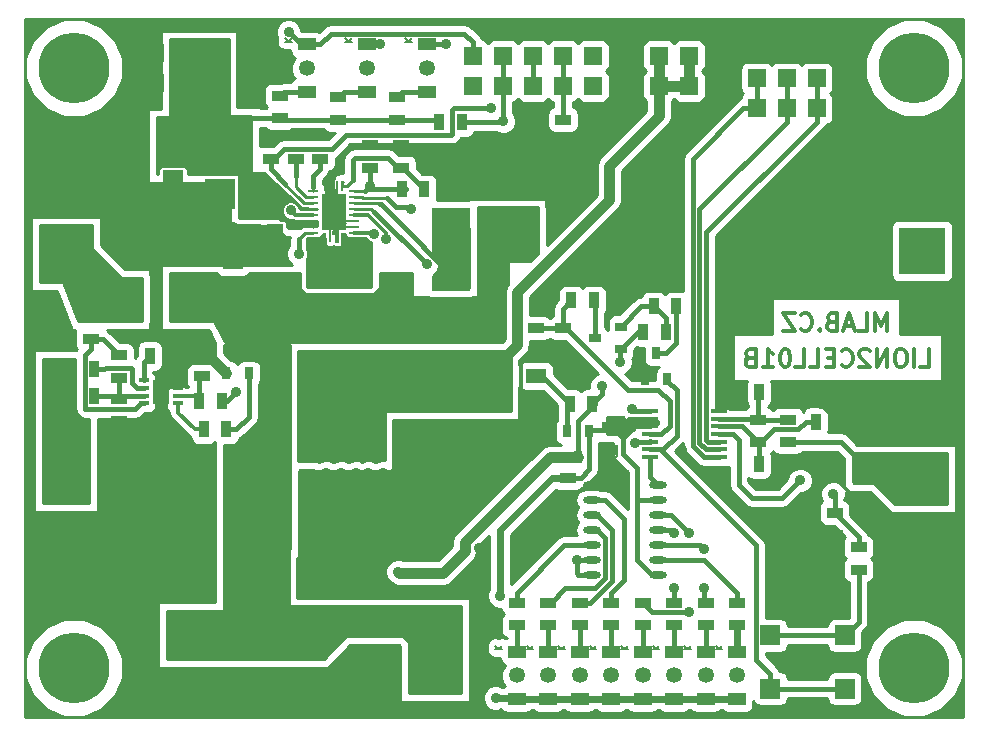
<source format=gbr>
G04 #@! TF.FileFunction,Copper,L2,Bot,Signal*
%FSLAX46Y46*%
G04 Gerber Fmt 4.6, Leading zero omitted, Abs format (unit mm)*
G04 Created by KiCad (PCBNEW (2015-05-13 BZR 5653)-product) date 18. 11. 2015 7:39:15*
%MOMM*%
G01*
G04 APERTURE LIST*
%ADD10C,0.300000*%
%ADD11C,0.150000*%
%ADD12R,4.000000X4.000000*%
%ADD13R,1.397000X0.889000*%
%ADD14R,2.499360X2.550160*%
%ADD15R,0.889000X1.397000*%
%ADD16R,1.800860X2.499360*%
%ADD17R,1.500000X1.050000*%
%ADD18C,1.350000*%
%ADD19R,1.699260X1.300480*%
%ADD20R,1.524000X1.524000*%
%ADD21R,3.810000X3.810000*%
%ADD22R,5.500000X3.000000*%
%ADD23C,6.000000*%
%ADD24R,0.800100X1.000760*%
%ADD25R,1.000760X0.800100*%
%ADD26R,3.200000X1.000000*%
%ADD27R,2.032000X1.524000*%
%ADD28O,1.473200X0.609600*%
%ADD29R,1.676400X1.676400*%
%ADD30R,1.450000X0.450000*%
%ADD31R,0.850000X0.350000*%
%ADD32R,1.400000X2.000000*%
%ADD33R,2.550160X2.700020*%
%ADD34R,0.850000X0.280000*%
%ADD35R,2.050000X3.050000*%
%ADD36R,0.280000X0.850000*%
%ADD37R,0.280000X1.125000*%
%ADD38R,0.400000X0.450000*%
%ADD39C,0.600000*%
%ADD40R,3.330000X3.810000*%
%ADD41C,0.890000*%
%ADD42C,0.400000*%
%ADD43C,0.890000*%
%ADD44C,0.180000*%
%ADD45C,0.254000*%
%ADD46C,0.250000*%
%ADD47C,0.600000*%
%ADD48C,0.500000*%
G04 APERTURE END LIST*
D10*
X76723000Y30563429D02*
X77437286Y30563429D01*
X77437286Y32063429D01*
X76223000Y30563429D02*
X76223000Y32063429D01*
X75223000Y32063429D02*
X74937286Y32063429D01*
X74794428Y31992000D01*
X74651571Y31849143D01*
X74580143Y31563429D01*
X74580143Y31063429D01*
X74651571Y30777714D01*
X74794428Y30634857D01*
X74937286Y30563429D01*
X75223000Y30563429D01*
X75365857Y30634857D01*
X75508714Y30777714D01*
X75580143Y31063429D01*
X75580143Y31563429D01*
X75508714Y31849143D01*
X75365857Y31992000D01*
X75223000Y32063429D01*
X73937285Y30563429D02*
X73937285Y32063429D01*
X73080142Y30563429D01*
X73080142Y32063429D01*
X72437285Y31920571D02*
X72365856Y31992000D01*
X72222999Y32063429D01*
X71865856Y32063429D01*
X71722999Y31992000D01*
X71651570Y31920571D01*
X71580142Y31777714D01*
X71580142Y31634857D01*
X71651570Y31420571D01*
X72508713Y30563429D01*
X71580142Y30563429D01*
X70080142Y30706286D02*
X70151571Y30634857D01*
X70365857Y30563429D01*
X70508714Y30563429D01*
X70722999Y30634857D01*
X70865857Y30777714D01*
X70937285Y30920571D01*
X71008714Y31206286D01*
X71008714Y31420571D01*
X70937285Y31706286D01*
X70865857Y31849143D01*
X70722999Y31992000D01*
X70508714Y32063429D01*
X70365857Y32063429D01*
X70151571Y31992000D01*
X70080142Y31920571D01*
X69437285Y31349143D02*
X68937285Y31349143D01*
X68722999Y30563429D02*
X69437285Y30563429D01*
X69437285Y32063429D01*
X68722999Y32063429D01*
X67365856Y30563429D02*
X68080142Y30563429D01*
X68080142Y32063429D01*
X66151570Y30563429D02*
X66865856Y30563429D01*
X66865856Y32063429D01*
X65365856Y32063429D02*
X65222999Y32063429D01*
X65080142Y31992000D01*
X65008713Y31920571D01*
X64937284Y31777714D01*
X64865856Y31492000D01*
X64865856Y31134857D01*
X64937284Y30849143D01*
X65008713Y30706286D01*
X65080142Y30634857D01*
X65222999Y30563429D01*
X65365856Y30563429D01*
X65508713Y30634857D01*
X65580142Y30706286D01*
X65651570Y30849143D01*
X65722999Y31134857D01*
X65722999Y31492000D01*
X65651570Y31777714D01*
X65580142Y31920571D01*
X65508713Y31992000D01*
X65365856Y32063429D01*
X63437285Y30563429D02*
X64294428Y30563429D01*
X63865856Y30563429D02*
X63865856Y32063429D01*
X64008713Y31849143D01*
X64151571Y31706286D01*
X64294428Y31634857D01*
X62294428Y31349143D02*
X62080142Y31277714D01*
X62008714Y31206286D01*
X61937285Y31063429D01*
X61937285Y30849143D01*
X62008714Y30706286D01*
X62080142Y30634857D01*
X62223000Y30563429D01*
X62794428Y30563429D01*
X62794428Y32063429D01*
X62294428Y32063429D01*
X62151571Y31992000D01*
X62080142Y31920571D01*
X62008714Y31777714D01*
X62008714Y31634857D01*
X62080142Y31492000D01*
X62151571Y31420571D01*
X62294428Y31349143D01*
X62794428Y31349143D01*
X73917428Y33611429D02*
X73917428Y35111429D01*
X73417428Y34040000D01*
X72917428Y35111429D01*
X72917428Y33611429D01*
X71488856Y33611429D02*
X72203142Y33611429D01*
X72203142Y35111429D01*
X71060285Y34040000D02*
X70345999Y34040000D01*
X71203142Y33611429D02*
X70703142Y35111429D01*
X70203142Y33611429D01*
X69203142Y34397143D02*
X68988856Y34325714D01*
X68917428Y34254286D01*
X68845999Y34111429D01*
X68845999Y33897143D01*
X68917428Y33754286D01*
X68988856Y33682857D01*
X69131714Y33611429D01*
X69703142Y33611429D01*
X69703142Y35111429D01*
X69203142Y35111429D01*
X69060285Y35040000D01*
X68988856Y34968571D01*
X68917428Y34825714D01*
X68917428Y34682857D01*
X68988856Y34540000D01*
X69060285Y34468571D01*
X69203142Y34397143D01*
X69703142Y34397143D01*
X68203142Y33754286D02*
X68131714Y33682857D01*
X68203142Y33611429D01*
X68274571Y33682857D01*
X68203142Y33754286D01*
X68203142Y33611429D01*
X66631713Y33754286D02*
X66703142Y33682857D01*
X66917428Y33611429D01*
X67060285Y33611429D01*
X67274570Y33682857D01*
X67417428Y33825714D01*
X67488856Y33968571D01*
X67560285Y34254286D01*
X67560285Y34468571D01*
X67488856Y34754286D01*
X67417428Y34897143D01*
X67274570Y35040000D01*
X67060285Y35111429D01*
X66917428Y35111429D01*
X66703142Y35040000D01*
X66631713Y34968571D01*
X66131713Y35111429D02*
X65131713Y35111429D01*
X66131713Y33611429D01*
X65131713Y33611429D01*
D11*
X23258780Y58094880D02*
X22953980Y58414920D01*
X23243540Y58132980D02*
X23515320Y58407300D01*
X23515320Y58102500D02*
X22946360Y58097420D01*
X28338780Y58094880D02*
X28033980Y58414920D01*
X28323540Y58132980D02*
X28595320Y58407300D01*
X28595320Y58102500D02*
X28026360Y58097420D01*
X33418780Y58094880D02*
X33113980Y58414920D01*
X33403540Y58132980D02*
X33675320Y58407300D01*
X33675320Y58102500D02*
X33106360Y58097420D01*
X41038780Y6659880D02*
X40733980Y6979920D01*
X41023540Y6697980D02*
X41295320Y6972300D01*
X41295320Y6667500D02*
X40726360Y6662420D01*
X43705780Y6659880D02*
X43400980Y6979920D01*
X43690540Y6697980D02*
X43962320Y6972300D01*
X43962320Y6667500D02*
X43393360Y6662420D01*
X46372780Y6659880D02*
X46067980Y6979920D01*
X46357540Y6697980D02*
X46629320Y6972300D01*
X46629320Y6667500D02*
X46060360Y6662420D01*
X49039780Y6659880D02*
X48734980Y6979920D01*
X49024540Y6697980D02*
X49296320Y6972300D01*
X49296320Y6667500D02*
X48727360Y6662420D01*
X51706780Y6659880D02*
X51401980Y6979920D01*
X51691540Y6697980D02*
X51963320Y6972300D01*
X51963320Y6667500D02*
X51394360Y6662420D01*
X54373780Y6659880D02*
X54068980Y6979920D01*
X54358540Y6697980D02*
X54630320Y6972300D01*
X54630320Y6667500D02*
X54061360Y6662420D01*
X57040780Y6659880D02*
X56735980Y6979920D01*
X57025540Y6697980D02*
X57297320Y6972300D01*
X57297320Y6667500D02*
X56728360Y6662420D01*
X59707780Y6659880D02*
X59402980Y6979920D01*
X59692540Y6697980D02*
X59964320Y6972300D01*
X59964320Y6667500D02*
X59395360Y6662420D01*
D12*
X4390000Y40384000D03*
X76890000Y40384000D03*
X4390000Y21084000D03*
X76890000Y21084000D03*
D13*
X8890000Y27876500D03*
X8890000Y25971500D03*
D14*
X17399000Y45227240D03*
X17399000Y50276760D03*
D13*
X20193000Y44132500D03*
X20193000Y42227500D03*
X8890000Y31559500D03*
X8890000Y29654500D03*
D15*
X11493500Y31496000D03*
X13398500Y31496000D03*
D13*
X21717000Y48196500D03*
X21717000Y50101500D03*
X22098000Y44132500D03*
X22098000Y42227500D03*
X15875000Y29781500D03*
X15875000Y31686500D03*
X32766000Y47434500D03*
X32766000Y49339500D03*
X24765000Y23431500D03*
X24765000Y21526500D03*
X50419000Y25463500D03*
X50419000Y23558500D03*
X62992000Y26098500D03*
X62992000Y24193500D03*
X69469000Y18224500D03*
X69469000Y16319500D03*
D15*
X63055500Y22352000D03*
X64960500Y22352000D03*
X63055500Y28448000D03*
X64960500Y28448000D03*
D13*
X44196000Y33845500D03*
X44196000Y31940500D03*
X46863000Y21145500D03*
X46863000Y19240500D03*
D16*
X13462000Y46007020D03*
X13462000Y50004980D03*
X18542000Y40098980D03*
X18542000Y36101020D03*
D17*
X24765000Y53880000D03*
X24765000Y57880000D03*
D18*
X24765000Y55880000D03*
D17*
X29845000Y53880000D03*
X29845000Y57880000D03*
D18*
X29845000Y55880000D03*
D17*
X34925000Y53880000D03*
X34925000Y57880000D03*
D18*
X34925000Y55880000D03*
D19*
X44196000Y26316940D03*
X44196000Y29817060D03*
D17*
X42545000Y2445000D03*
X42545000Y6445000D03*
D18*
X42545000Y4445000D03*
D17*
X45212000Y2445000D03*
X45212000Y6445000D03*
D18*
X45212000Y4445000D03*
D17*
X47879000Y2445000D03*
X47879000Y6445000D03*
D18*
X47879000Y4445000D03*
D17*
X50546000Y2445000D03*
X50546000Y6445000D03*
D18*
X50546000Y4445000D03*
D17*
X53213000Y2445000D03*
X53213000Y6445000D03*
D18*
X53213000Y4445000D03*
D17*
X55880000Y2445000D03*
X55880000Y6445000D03*
D18*
X55880000Y4445000D03*
D17*
X58547000Y2445000D03*
X58547000Y6445000D03*
D18*
X58547000Y4445000D03*
D20*
X19558000Y57150000D03*
X19558000Y54610000D03*
X17018000Y57150000D03*
X17018000Y54610000D03*
X14478000Y57150000D03*
X14478000Y54610000D03*
X11938000Y57150000D03*
X11938000Y54610000D03*
X49022000Y54356000D03*
X49022000Y56896000D03*
X38862000Y56896000D03*
X38862000Y54356000D03*
X43942000Y54356000D03*
X43942000Y56896000D03*
X46482000Y54356000D03*
X46482000Y56896000D03*
X41402000Y54356000D03*
X41402000Y56896000D03*
X31750000Y3810000D03*
X31750000Y6350000D03*
X34290000Y3810000D03*
X34290000Y6350000D03*
X36830000Y3810000D03*
X36830000Y6350000D03*
X39370000Y3810000D03*
X39370000Y6350000D03*
D21*
X14939000Y7874000D03*
X19939000Y7874000D03*
X14939000Y2921000D03*
X19939000Y2921000D03*
D20*
X62865000Y52451000D03*
X62865000Y54991000D03*
X65405000Y52451000D03*
X65405000Y54991000D03*
X67945000Y52451000D03*
X67945000Y54991000D03*
X59690000Y56896000D03*
X59690000Y54356000D03*
X57150000Y56896000D03*
X57150000Y54356000D03*
X54610000Y56896000D03*
X54610000Y54356000D03*
X52070000Y56896000D03*
X52070000Y54356000D03*
D22*
X27559000Y38909000D03*
X27559000Y28909000D03*
D23*
X76200000Y5080000D03*
X5080000Y55880000D03*
X5080000Y5080000D03*
X76200000Y55880000D03*
D24*
X18923000Y32214820D03*
X17970500Y30015180D03*
X19875500Y30015180D03*
X47752000Y22903180D03*
X48704500Y25102820D03*
X46799500Y25102820D03*
X54356000Y31706820D03*
X53403500Y29507180D03*
X55308500Y29507180D03*
D25*
X49192180Y33020000D03*
X51391820Y32067500D03*
X51391820Y33972500D03*
D13*
X6477000Y32956500D03*
X6477000Y34861500D03*
D15*
X6794500Y28067000D03*
X4889500Y28067000D03*
X6794500Y30353000D03*
X4889500Y30353000D03*
D13*
X46482000Y51498500D03*
X46482000Y49593500D03*
D15*
X36004500Y51308000D03*
X37909500Y51308000D03*
D13*
X22479000Y51625500D03*
X22479000Y53530500D03*
X27432000Y51498500D03*
X27432000Y53403500D03*
X32385000Y51498500D03*
X32385000Y53403500D03*
D15*
X15684500Y27686000D03*
X17589500Y27686000D03*
X17970500Y25273000D03*
X16065500Y25273000D03*
D13*
X25908000Y48196500D03*
X25908000Y50101500D03*
X23876000Y48196500D03*
X23876000Y50101500D03*
D15*
X32829500Y45593000D03*
X34734500Y45593000D03*
D13*
X30099000Y49339500D03*
X30099000Y47434500D03*
D26*
X36957000Y37517000D03*
X36957000Y31317000D03*
D13*
X65532000Y24193500D03*
X65532000Y26098500D03*
D15*
X69786500Y25908000D03*
X67881500Y25908000D03*
D13*
X71501000Y13398500D03*
X71501000Y15303500D03*
D15*
X47053500Y27432000D03*
X48958500Y27432000D03*
D27*
X72136000Y21590000D03*
X72136000Y24892000D03*
D13*
X46482000Y31940500D03*
X46482000Y33845500D03*
D15*
X49085500Y36195000D03*
X47180500Y36195000D03*
X54165500Y35687000D03*
X56070500Y35687000D03*
X53276500Y33528000D03*
X55181500Y33528000D03*
D13*
X42545000Y8699500D03*
X42545000Y10604500D03*
X45212000Y8699500D03*
X45212000Y10604500D03*
X47879000Y8699500D03*
X47879000Y10604500D03*
X50546000Y8699500D03*
X50546000Y10604500D03*
X53213000Y8699500D03*
X53213000Y10604500D03*
X55880000Y8699500D03*
X55880000Y10604500D03*
X58547000Y8699500D03*
X58547000Y10604500D03*
D28*
X48895000Y12954000D03*
X48895000Y14224000D03*
X48895000Y15494000D03*
X48895000Y16764000D03*
X54483000Y16764000D03*
X54483000Y15494000D03*
X54483000Y14224000D03*
X54483000Y12954000D03*
X48895000Y18034000D03*
X48895000Y19304000D03*
X48895000Y20574000D03*
X54483000Y18034000D03*
X54483000Y19304000D03*
X54483000Y20574000D03*
D29*
X70333000Y7838000D03*
X70333000Y3338000D03*
X64033000Y7838000D03*
X64033000Y3338000D03*
D30*
X53819000Y22942000D03*
X53819000Y23592000D03*
X53819000Y24242000D03*
X53819000Y24892000D03*
X53819000Y25542000D03*
X53819000Y26192000D03*
X53819000Y26842000D03*
X59719000Y26842000D03*
X59719000Y26192000D03*
X59719000Y25542000D03*
X59719000Y24892000D03*
X59719000Y24242000D03*
X59719000Y23592000D03*
X59719000Y22942000D03*
D31*
X10971000Y28123000D03*
X10971000Y28773000D03*
X10971000Y29423000D03*
X13921000Y29423000D03*
X13921000Y28773000D03*
X13921000Y28123000D03*
X13921000Y27473000D03*
X10971000Y27473000D03*
D32*
X12446000Y28448000D03*
D33*
X35433000Y24384000D03*
X29083000Y24384000D03*
D20*
X70485000Y52451000D03*
X70485000Y54991000D03*
D34*
X25326000Y41938000D03*
D35*
X27051000Y43688000D03*
D34*
X25326000Y42438000D03*
X25326000Y42938000D03*
X25326000Y43438000D03*
X25326000Y43938000D03*
X25326000Y44438000D03*
X25326000Y44938000D03*
X25326000Y45438000D03*
D36*
X26301000Y45913000D03*
X27801000Y45913000D03*
D34*
X28776000Y45438000D03*
X28776000Y44938000D03*
X28776000Y44438000D03*
X28776000Y43938000D03*
X28776000Y43438000D03*
X28776000Y42938000D03*
X28776000Y42438000D03*
X28776000Y41938000D03*
D36*
X27801000Y41463000D03*
X26301000Y41463000D03*
D10*
G36*
X27491000Y41050500D02*
X27211000Y41050500D01*
X27211000Y42175500D01*
X27491000Y42175500D01*
X27491000Y41050500D01*
X27491000Y41050500D01*
G37*
D37*
X26751000Y41613000D03*
X26751000Y45763000D03*
X27351000Y45763000D03*
D38*
X27051000Y41938000D03*
X27051000Y45438000D03*
D39*
X27686000Y42545000D03*
X27686000Y44831000D03*
X26416000Y44831000D03*
X26416000Y42545000D03*
X27051000Y43688000D03*
D17*
X61214000Y2445000D03*
X61214000Y6445000D03*
D18*
X61214000Y4445000D03*
D13*
X61214000Y8699500D03*
X61214000Y10604500D03*
D40*
X9282000Y36322000D03*
X15102000Y36322000D03*
X36968000Y42164000D03*
X42788000Y42164000D03*
D41*
X51308000Y30988000D03*
X49784000Y28956000D03*
X18796000Y28448000D03*
X7620000Y37338000D03*
X32512000Y13208000D03*
X45974000Y43942000D03*
X45974000Y44958000D03*
X44450000Y45212000D03*
X42926000Y45212000D03*
X44704000Y46736000D03*
X64389000Y9652000D03*
X65532000Y9652000D03*
X68199000Y9144000D03*
X66548000Y9144000D03*
X59690000Y20320000D03*
X58420000Y21590000D03*
X56515000Y23495000D03*
X61468000Y18542000D03*
X65913000Y14859000D03*
X14478000Y42926000D03*
X12192000Y1524000D03*
X12192000Y3048000D03*
X12192000Y4318000D03*
X44704000Y18288000D03*
X46736000Y17780000D03*
X42418000Y16002000D03*
X42418000Y13208000D03*
X34030920Y16002000D03*
X36449000Y16002000D03*
X31623000Y16002000D03*
X24892000Y16002000D03*
X28194000Y16002000D03*
X10666806Y24765000D03*
X8890000Y24765000D03*
X12446000Y24765000D03*
X12446000Y26035000D03*
X9652000Y33147000D03*
X14224000Y33147000D03*
X15748000Y33147000D03*
X73787000Y50292000D03*
X72517000Y50292000D03*
X71501000Y50292000D03*
X70358000Y50292000D03*
X39370000Y15240000D03*
X39370000Y13716000D03*
X39370000Y11938000D03*
X18542000Y42418000D03*
X17526000Y42418000D03*
X9144000Y40386000D03*
X10541000Y40386000D03*
X10414000Y45720000D03*
X11684000Y45720000D03*
X11684000Y44450000D03*
X27686000Y21590000D03*
X26416000Y21590000D03*
X52578000Y37211000D03*
X51689000Y36322000D03*
X50800000Y35433000D03*
X55499000Y48133000D03*
X56134000Y48768000D03*
X56769000Y49403000D03*
X57404000Y50038000D03*
X9906000Y52578000D03*
X9906000Y53848000D03*
X9906000Y55118000D03*
X9906000Y56261000D03*
X9906000Y57404000D03*
X46228000Y48260000D03*
X37846000Y48895000D03*
X36703000Y48895000D03*
X35814000Y47752000D03*
X34671000Y47752000D03*
X35433000Y48895000D03*
X34290000Y48895000D03*
X16510000Y43180000D03*
X15494000Y42418000D03*
X14224000Y43942000D03*
X12954000Y43942000D03*
X24910607Y50101500D03*
X69469000Y14859000D03*
X43180000Y24003000D03*
X44196000Y25019000D03*
X48133000Y29845000D03*
X46609000Y30607000D03*
X52832000Y30861000D03*
X50165000Y22098000D03*
X50927000Y21209000D03*
X29972000Y21590000D03*
X31242000Y21590000D03*
X32258000Y21590000D03*
X28956000Y21590000D03*
X22987000Y2921000D03*
X24257000Y2921000D03*
X25400000Y2921000D03*
X26543000Y2921000D03*
X27686000Y2921000D03*
X28829000Y2921000D03*
X68326000Y27432000D03*
X69850000Y27432000D03*
X71374000Y27432000D03*
X72898000Y27432000D03*
X73660000Y26416000D03*
X74676000Y25146000D03*
X76200000Y25146000D03*
X77724000Y25146000D03*
X79248000Y25146000D03*
X79248000Y26416000D03*
X77724000Y26416000D03*
X76200000Y26416000D03*
X74930000Y26924000D03*
X74168000Y28194000D03*
X79502000Y17272000D03*
X77978000Y17272000D03*
X76454000Y17272000D03*
X74930000Y17272000D03*
X73152000Y18288000D03*
X71628000Y19050000D03*
X72136000Y17526000D03*
X73406000Y16510000D03*
X40386000Y52451000D03*
X34925000Y39243000D03*
X34925000Y31242000D03*
X40767000Y2540000D03*
X41148000Y11176000D03*
X69342000Y19812000D03*
X52324000Y27017010D03*
X23241000Y58934168D03*
X23421502Y43815000D03*
X30988000Y57912000D03*
X30494723Y41827200D03*
X36576000Y57912000D03*
X24130000Y40132000D03*
X31496000Y41402000D03*
X41402000Y51353464D03*
X33589556Y43942000D03*
X30099000Y45847000D03*
X66548000Y20955000D03*
X57150000Y9779000D03*
X57150000Y16510000D03*
X55880000Y11811000D03*
X55880000Y16510000D03*
X58420000Y11811000D03*
X58420000Y15113000D03*
X47625000Y14224000D03*
X52576971Y24168153D03*
D42*
X4390000Y40384000D02*
X4390000Y37984000D01*
X4390000Y37984000D02*
X5036000Y37338000D01*
X5036000Y37338000D02*
X6990675Y37338000D01*
X6990675Y37338000D02*
X7620000Y37338000D01*
X52852320Y33528000D02*
X51391820Y32067500D01*
X53276500Y33528000D02*
X52852320Y33528000D01*
X48958500Y27432000D02*
X49149000Y27432000D01*
X51308000Y31983680D02*
X51391820Y32067500D01*
X51308000Y30988000D02*
X51308000Y31983680D01*
X48958500Y27178000D02*
X48958500Y27432000D01*
X47752000Y25971500D02*
X48958500Y27178000D01*
X47752000Y22903180D02*
X47752000Y25971500D01*
X49784000Y28257500D02*
X48958500Y27432000D01*
X49784000Y28956000D02*
X49784000Y28257500D01*
X18034000Y27686000D02*
X18796000Y28448000D01*
X17589500Y27686000D02*
X18034000Y27686000D01*
X8549000Y37338000D02*
X9565000Y36322000D01*
X7620000Y37338000D02*
X8549000Y37338000D01*
D43*
X32594000Y13126000D02*
X32512000Y13208000D01*
X35560000Y13126000D02*
X32594000Y13126000D01*
X36310000Y13126000D02*
X35560000Y13126000D01*
X38150000Y14966000D02*
X36310000Y13126000D01*
X38150000Y15716000D02*
X38150000Y14966000D01*
X45337180Y22903180D02*
X38150000Y15716000D01*
X47752000Y22903180D02*
X45337180Y22903180D01*
D42*
X8763000Y28003500D02*
X8890000Y27876500D01*
X9136500Y28123000D02*
X8890000Y27876500D01*
X10971000Y28123000D02*
X9136500Y28123000D01*
X8699500Y28067000D02*
X8890000Y27876500D01*
X6794500Y28067000D02*
X8699500Y28067000D01*
X8890000Y27876500D02*
X8890000Y29654500D01*
D44*
X44450000Y45212000D02*
X45974000Y44958000D01*
X44704000Y46736000D02*
X42926000Y45212000D01*
D43*
X17970500Y30015180D02*
X16299180Y31686500D01*
X16299180Y31686500D02*
X15875000Y31686500D01*
D44*
X59719000Y26842000D02*
X59719000Y27247000D01*
X79502000Y36068000D02*
X79502000Y28194000D01*
X59719000Y27247000D02*
X60452000Y27980000D01*
X60452000Y27980000D02*
X60452000Y37084000D01*
X60452000Y37084000D02*
X78486000Y37084000D01*
X79502000Y28194000D02*
X77724000Y26416000D01*
X78486000Y37084000D02*
X79502000Y36068000D01*
X65913000Y16192500D02*
X65913000Y14859000D01*
X64389000Y9652000D02*
X63627000Y9652000D01*
X66548000Y9144000D02*
X66294000Y9144000D01*
X66294000Y9144000D02*
X65532000Y9652000D01*
X65913000Y14859000D02*
X66548000Y9144000D01*
X56515000Y23495000D02*
X58420000Y21590000D01*
X65913000Y14859000D02*
X64770000Y14859000D01*
X64770000Y14859000D02*
X61468000Y18542000D01*
X12954000Y43942000D02*
X14478000Y42926000D01*
X12192000Y3302000D02*
X12192000Y3048000D01*
X14939000Y2921000D02*
X13589000Y2921000D01*
X13589000Y2921000D02*
X12192000Y4318000D01*
X42418000Y16002000D02*
X44958000Y16002000D01*
X44958000Y16002000D02*
X46736000Y17780000D01*
X42418000Y15049500D02*
X42418000Y13208000D01*
X46863000Y19240500D02*
X46609000Y19240500D01*
X46609000Y19240500D02*
X42418000Y15049500D01*
X36449000Y16002000D02*
X34030920Y16002000D01*
X24892000Y16002000D02*
X31623000Y16002000D01*
X28956000Y21165736D02*
X28194000Y16002000D01*
X28956000Y21590000D02*
X28956000Y21165736D01*
X12446000Y24765000D02*
X10666806Y24765000D01*
X12446000Y28448000D02*
X12446000Y26035000D01*
X14224000Y33147000D02*
X9652000Y33147000D01*
X13398500Y31496000D02*
X14097000Y31496000D01*
X14097000Y31496000D02*
X15748000Y33147000D01*
X72517000Y50292000D02*
X73787000Y50292000D01*
X70358000Y50292000D02*
X71501000Y50292000D01*
X39370000Y13716000D02*
X39370000Y15240000D01*
X39370000Y6350000D02*
X39370000Y11938000D01*
X17526000Y42418000D02*
X18542000Y42418000D01*
X10541000Y40386000D02*
X9144000Y40386000D01*
X11684000Y45720000D02*
X10414000Y45720000D01*
X12954000Y43942000D02*
X12573000Y43942000D01*
X12573000Y43942000D02*
X11684000Y44450000D01*
X27686000Y21590000D02*
X28956000Y21590000D01*
X24765000Y21526500D02*
X26352500Y21526500D01*
X26352500Y21526500D02*
X26416000Y21590000D01*
X51689000Y36322000D02*
X52578000Y37211000D01*
X55499000Y48133000D02*
X50800000Y43434000D01*
X50800000Y43434000D02*
X50800000Y35433000D01*
X56769000Y49403000D02*
X56134000Y48768000D01*
X59690000Y54356000D02*
X59690000Y52324000D01*
X59690000Y52324000D02*
X57404000Y50038000D01*
X9906000Y55118000D02*
X9906000Y53848000D01*
X9906000Y56261000D02*
X9906000Y55372000D01*
X11938000Y57150000D02*
X9906000Y57404000D01*
X70485000Y54356000D02*
X70485000Y52705000D01*
X70485000Y54356000D02*
X70485000Y55368000D01*
X70485000Y55368000D02*
X70485000Y56896000D01*
X59690000Y54356000D02*
X59690000Y56896000D01*
X52070000Y54356000D02*
X52070000Y55368000D01*
X52070000Y55368000D02*
X52070000Y56896000D01*
X30099000Y49339500D02*
X32766000Y49339500D01*
X46482000Y49593500D02*
X46482000Y48514000D01*
X46482000Y48514000D02*
X46228000Y48260000D01*
X35433000Y24384000D02*
X42799000Y24384000D01*
X42799000Y24384000D02*
X43180000Y24003000D01*
X50292000Y20574000D02*
X50927000Y21209000D01*
X48895000Y20574000D02*
X50292000Y20574000D01*
X35814000Y47752000D02*
X35814000Y48006000D01*
X35814000Y48006000D02*
X36703000Y48895000D01*
X35433000Y48895000D02*
X35433000Y48514000D01*
X35433000Y48514000D02*
X34671000Y47752000D01*
X32766000Y49339500D02*
X33845500Y49339500D01*
X33845500Y49339500D02*
X34290000Y48895000D01*
X14224000Y43942000D02*
X15875000Y43942000D01*
X15875000Y43942000D02*
X15494000Y42418000D01*
X13462000Y46007020D02*
X12954000Y43942000D01*
X23876000Y50101500D02*
X26860500Y50101500D01*
X26860500Y50101500D02*
X27178000Y50419000D01*
X24910607Y50101500D02*
X25908000Y50101500D01*
X23876000Y50101500D02*
X24910607Y50101500D01*
X21717000Y50101500D02*
X23876000Y50101500D01*
X44196000Y26316940D02*
X44196000Y25019000D01*
X46482000Y31940500D02*
X46482000Y30734000D01*
X46482000Y30734000D02*
X46609000Y30607000D01*
X53403500Y29507180D02*
X53403500Y30289500D01*
X53403500Y30289500D02*
X52832000Y30861000D01*
X28101000Y42438000D02*
X28776000Y42438000D01*
X27793000Y42438000D02*
X28101000Y42438000D01*
X27051000Y43180000D02*
X27793000Y42438000D01*
X27051000Y43688000D02*
X27051000Y43180000D01*
X26751000Y43388000D02*
X27051000Y43688000D01*
X26751000Y41613000D02*
X26751000Y43388000D01*
X27051000Y41938000D02*
X27051000Y43688000D01*
X27277000Y41938000D02*
X27355999Y41859001D01*
X27051000Y41938000D02*
X27277000Y41938000D01*
X27355999Y41859001D02*
X27355999Y41706999D01*
X27355999Y41706999D02*
X27355999Y41529000D01*
X51054000Y22987000D02*
X50165000Y22098000D01*
X51054000Y23304500D02*
X51054000Y22987000D01*
X69469000Y14859000D02*
X69469000Y16319500D01*
X20320000Y42481500D02*
X20193000Y42608500D01*
X22098000Y42481500D02*
X20320000Y42481500D01*
X18224500Y42608500D02*
X16510000Y43180000D01*
X20193000Y42608500D02*
X18224500Y42608500D01*
X18288000Y42418000D02*
X16510000Y43180000D01*
X18542000Y40098980D02*
X18288000Y42418000D01*
X12771000Y28773000D02*
X12446000Y28448000D01*
X13921000Y28773000D02*
X12771000Y28773000D01*
X13921000Y30973500D02*
X13398500Y31496000D01*
X13921000Y29423000D02*
X13921000Y30973500D01*
X15684500Y31496000D02*
X15875000Y31686500D01*
X13398500Y31496000D02*
X15684500Y31496000D01*
X27351000Y43988000D02*
X27051000Y43688000D01*
X27351000Y45763000D02*
X27351000Y43988000D01*
X27801000Y42938000D02*
X27051000Y43688000D01*
X28776000Y42938000D02*
X27801000Y42938000D01*
X26751000Y45738000D02*
X27051000Y45438000D01*
X26751000Y45763000D02*
X26751000Y45738000D01*
X8890000Y25971500D02*
X8890000Y17907000D01*
X8890000Y17907000D02*
X8509000Y17526000D01*
X8509000Y17526000D02*
X6535461Y17526000D01*
X12065000Y3710000D02*
X12065000Y4445000D01*
X12854000Y2921000D02*
X12065000Y3710000D01*
X14939000Y2921000D02*
X12854000Y2921000D01*
X12065000Y3556000D02*
X12065000Y3175000D01*
X12065000Y1270000D02*
X12065000Y1977388D01*
X29083000Y21590000D02*
X29972000Y21590000D01*
X31242000Y21590000D02*
X32258000Y21590000D01*
D42*
X19939000Y2921000D02*
X22987000Y2921000D01*
X24257000Y2921000D02*
X25400000Y2921000D01*
X26543000Y2921000D02*
X27686000Y2921000D01*
X69786500Y25971500D02*
X68326000Y27432000D01*
X69786500Y25908000D02*
X69786500Y25971500D01*
X69850000Y27432000D02*
X71374000Y27432000D01*
X72898000Y27178000D02*
X73660000Y26416000D01*
X72898000Y27432000D02*
X72898000Y27178000D01*
X74676000Y25146000D02*
X76200000Y25146000D01*
X77724000Y25146000D02*
X79248000Y25146000D01*
X79248000Y26416000D02*
X77724000Y26416000D01*
X75438000Y26416000D02*
X74930000Y26924000D01*
X76200000Y26416000D02*
X75438000Y26416000D01*
X79248000Y25146000D02*
X79692999Y24701001D01*
X79692999Y24701001D02*
X80010000Y24384000D01*
X80010000Y24384000D02*
X80010000Y17780000D01*
X80010000Y17780000D02*
X79502000Y17272000D01*
X77978000Y17272000D02*
X76454000Y17272000D01*
X74168000Y17272000D02*
X73152000Y18288000D01*
X74930000Y17272000D02*
X74168000Y17272000D01*
X71628000Y18034000D02*
X72136000Y17526000D01*
X71628000Y19050000D02*
X71628000Y18034000D01*
D10*
X43942000Y31940500D02*
X42926000Y30924500D01*
X44196000Y31940500D02*
X43942000Y31940500D01*
X44196000Y27267180D02*
X44196000Y26316940D01*
X42926000Y28537180D02*
X44196000Y27267180D01*
X42926000Y30924500D02*
X42926000Y28537180D01*
X68326000Y22352000D02*
X64960500Y22352000D01*
X71628000Y19050000D02*
X68326000Y22352000D01*
D42*
X32385000Y51498500D02*
X35814000Y51498500D01*
X35814000Y51498500D02*
X36004500Y51308000D01*
X16827500Y51625500D02*
X17399000Y51054000D01*
X17399000Y51054000D02*
X17399000Y50276760D01*
X22479000Y51625500D02*
X16827500Y51625500D01*
X27432000Y51498500D02*
X22606000Y51498500D01*
X22606000Y51498500D02*
X22479000Y51625500D01*
X32385000Y51498500D02*
X27432000Y51498500D01*
D45*
X14478000Y50131980D02*
X14224000Y49877980D01*
X14478000Y54610000D02*
X14478000Y50131980D01*
X18524220Y49877980D02*
X18796000Y50149760D01*
X14224000Y49877980D02*
X18524220Y49877980D01*
X22987000Y51467000D02*
X23489802Y51467000D01*
D46*
X25326000Y42438000D02*
X25326000Y42938000D01*
D42*
X6477000Y32112000D02*
X6477000Y32956500D01*
X5969999Y31604999D02*
X6477000Y32112000D01*
X6045999Y26988499D02*
X5969999Y27064499D01*
X10236499Y26988499D02*
X6045999Y26988499D01*
X5969999Y27064499D02*
X5969999Y31604999D01*
X10721000Y27473000D02*
X10236499Y26988499D01*
X10971000Y27473000D02*
X10721000Y27473000D01*
X7493000Y32956500D02*
X8890000Y31559500D01*
X6477000Y32956500D02*
X7493000Y32956500D01*
X10971000Y30973500D02*
X11493500Y31496000D01*
X10971000Y29423000D02*
X10971000Y30973500D01*
X43942000Y54356000D02*
X43942000Y56896000D01*
X21717000Y48196500D02*
X21971000Y48196500D01*
X21971000Y48196500D02*
X22815500Y49041000D01*
X22815500Y49041000D02*
X26930500Y49041000D01*
X26930500Y49041000D02*
X28118999Y50229499D01*
X28118999Y50229499D02*
X37008999Y50229499D01*
X37225498Y52451000D02*
X40386000Y52451000D01*
X37008999Y50229499D02*
X37084999Y50305499D01*
X37084999Y50305499D02*
X37084999Y52310501D01*
X37084999Y52310501D02*
X37225498Y52451000D01*
X21717000Y47352000D02*
X21717000Y48196500D01*
D46*
X24542875Y44438000D02*
X24130000Y44850875D01*
X25326000Y44438000D02*
X24542875Y44438000D01*
D42*
X21717000Y47352000D02*
X22974267Y46094733D01*
D46*
X22974267Y46006608D02*
X24130000Y44850875D01*
X22974267Y46094733D02*
X22974267Y46006608D01*
D10*
X15247500Y28123000D02*
X15684500Y27686000D01*
X13921000Y28123000D02*
X15247500Y28123000D01*
D42*
X15684500Y29591000D02*
X15875000Y29781500D01*
X15684500Y27686000D02*
X15684500Y29591000D01*
X28702000Y46424000D02*
X28702000Y48120500D01*
X28702000Y48120500D02*
X28860500Y48279000D01*
X28860500Y48279000D02*
X31667500Y48279000D01*
X31667500Y48279000D02*
X32512000Y47434500D01*
X32512000Y47434500D02*
X32766000Y47434500D01*
D46*
X27801000Y45913000D02*
X28191000Y45913000D01*
X28191000Y45913000D02*
X28702000Y46424000D01*
X27801000Y46198000D02*
X27813000Y46210000D01*
X27801000Y45913000D02*
X27801000Y46198000D01*
D42*
X32893000Y47434500D02*
X34734500Y45593000D01*
X32766000Y47434500D02*
X32893000Y47434500D01*
D46*
X28776000Y43938000D02*
X30230000Y43938000D01*
X30230000Y43938000D02*
X30480000Y43688000D01*
D42*
X30480000Y43688000D02*
X34925000Y39243000D01*
D43*
X54610000Y54356000D02*
X54610000Y56896000D01*
X54610000Y54356000D02*
X57150000Y54356000D01*
X57150000Y54356000D02*
X57150000Y56896000D01*
X41477000Y31317000D02*
X36957000Y31317000D01*
X42608991Y32448991D02*
X41477000Y31317000D01*
X42608991Y36901989D02*
X42608991Y32448991D01*
X50411002Y44704000D02*
X42608991Y36901989D01*
X50411002Y47617002D02*
X50411002Y44704000D01*
X54610000Y51816000D02*
X50411002Y47617002D01*
X54610000Y54356000D02*
X54610000Y51816000D01*
D47*
X58547000Y2445000D02*
X61214000Y2445000D01*
X40767000Y2540000D02*
X42450000Y2540000D01*
X42450000Y2540000D02*
X42545000Y2445000D01*
X41148000Y16729000D02*
X41148000Y11176000D01*
X58547000Y2445000D02*
X55880000Y2445000D01*
X53213000Y2445000D02*
X55880000Y2445000D01*
X50546000Y2445000D02*
X53213000Y2445000D01*
X47879000Y2445000D02*
X50546000Y2445000D01*
X47879000Y2445000D02*
X45212000Y2445000D01*
X42545000Y2445000D02*
X45212000Y2445000D01*
X46863000Y21145500D02*
X45564500Y21145500D01*
X45564500Y21145500D02*
X41148000Y16729000D01*
D42*
X52485000Y25542000D02*
X53819000Y25542000D01*
X52152500Y25209500D02*
X52485000Y25542000D01*
X51054000Y25209500D02*
X52152500Y25209500D01*
X52036500Y26192000D02*
X53819000Y26192000D01*
X51054000Y25209500D02*
X52036500Y26192000D01*
X48811180Y25209500D02*
X48704500Y25102820D01*
X51054000Y25209500D02*
X48811180Y25209500D01*
X48704500Y25002490D02*
X48704500Y25102820D01*
X54051200Y12954000D02*
X52777010Y14228190D01*
X54483000Y12954000D02*
X54051200Y12954000D01*
X52948333Y19304000D02*
X52777010Y19475323D01*
X54483000Y19304000D02*
X52948333Y19304000D01*
X52777010Y14228190D02*
X52777010Y19475323D01*
X48704500Y24202440D02*
X48704500Y25102820D01*
X48704500Y21888500D02*
X48704500Y24202440D01*
X47961500Y21145500D02*
X48704500Y21888500D01*
X46863000Y21145500D02*
X47961500Y21145500D01*
X50800000Y25336500D02*
X51054000Y25336500D01*
X50673000Y25463500D02*
X51562000Y24574500D01*
X50419000Y25463500D02*
X50673000Y25463500D01*
X51562000Y23207955D02*
X52777010Y21992945D01*
X52777010Y19475323D02*
X52777010Y21992945D01*
X52152500Y25165000D02*
X52152500Y25209500D01*
X51562000Y24574500D02*
X52152500Y25165000D01*
X51562000Y24324945D02*
X51562000Y24574500D01*
X51562000Y24324945D02*
X51562000Y23207955D01*
X62898500Y26192000D02*
X62992000Y26098500D01*
X59719000Y26192000D02*
X62898500Y26192000D01*
X62992000Y28384500D02*
X63055500Y28448000D01*
X62992000Y26098500D02*
X62992000Y28384500D01*
X65532000Y26098500D02*
X62992000Y26098500D01*
X61643500Y25542000D02*
X62992000Y24193500D01*
X59719000Y25542000D02*
X61643500Y25542000D01*
X63055500Y24130000D02*
X62992000Y24193500D01*
X63055500Y22352000D02*
X63055500Y24130000D01*
X67037000Y25908000D02*
X66402999Y25273999D01*
X67881500Y25908000D02*
X67037000Y25908000D01*
X64326499Y25273999D02*
X63246000Y24193500D01*
X63246000Y24193500D02*
X62992000Y24193500D01*
X66402999Y25273999D02*
X64326499Y25273999D01*
X71501000Y16192500D02*
X69469000Y18224500D01*
X71501000Y15303500D02*
X71501000Y16192500D01*
X69469000Y19685000D02*
X69342000Y19812000D01*
X69469000Y18224500D02*
X69469000Y19685000D01*
X52499010Y26842000D02*
X52324000Y27017010D01*
X53819000Y26842000D02*
X52499010Y26842000D01*
X44196000Y33845500D02*
X46482000Y33845500D01*
X46482000Y35496500D02*
X47180500Y36195000D01*
X46482000Y33845500D02*
X46482000Y35496500D01*
X46736000Y33845500D02*
X46482000Y33845500D01*
X51954701Y28626799D02*
X46736000Y33845500D01*
X54558201Y28626799D02*
X51954701Y28626799D01*
X55499000Y27686000D02*
X54558201Y28626799D01*
X55499000Y25587998D02*
X55499000Y27686000D01*
X54803002Y24892000D02*
X55499000Y25587998D01*
X53819000Y24892000D02*
X54803002Y24892000D01*
X24765000Y53880000D02*
X22828500Y53880000D01*
X22828500Y53880000D02*
X22479000Y53530500D01*
X24765000Y57880000D02*
X24295168Y57880000D01*
X24733000Y57912000D02*
X24765000Y57880000D01*
X38134999Y58785001D02*
X38862000Y58058000D01*
X26820001Y58785001D02*
X38134999Y58785001D01*
X38862000Y58058000D02*
X38862000Y56896000D01*
X25915000Y57880000D02*
X26820001Y58785001D01*
X24765000Y57880000D02*
X25915000Y57880000D01*
X24765000Y57880000D02*
X24389279Y57880000D01*
X24765000Y57880000D02*
X24670000Y57880000D01*
X24295168Y57880000D02*
X23241000Y58934168D01*
D10*
X23798502Y43438000D02*
X23421502Y43815000D01*
X25326000Y43438000D02*
X23798502Y43438000D01*
D42*
X29845000Y53880000D02*
X27908500Y53880000D01*
X27908500Y53880000D02*
X27432000Y53403500D01*
D48*
X29845000Y57880000D02*
X30956000Y57880000D01*
X30956000Y57880000D02*
X30988000Y57912000D01*
D42*
X29877000Y57912000D02*
X29845000Y57880000D01*
D10*
X30383923Y41938000D02*
X30494723Y41827200D01*
X28776000Y41938000D02*
X30383923Y41938000D01*
D42*
X34925000Y53880000D02*
X32861500Y53880000D01*
X32861500Y53880000D02*
X32385000Y53403500D01*
X34925000Y57880000D02*
X36544000Y57880000D01*
X36544000Y57880000D02*
X36576000Y57912000D01*
D46*
X24651000Y41938000D02*
X24130000Y41417000D01*
X25326000Y41938000D02*
X24651000Y41938000D01*
D42*
X24130000Y41417000D02*
X24130000Y40386000D01*
X24130000Y40386000D02*
X24130000Y40132000D01*
X46799500Y27178000D02*
X47053500Y27432000D01*
X46799500Y25102820D02*
X46799500Y27178000D01*
X44668440Y29817060D02*
X47053500Y27432000D01*
X44196000Y29817060D02*
X44668440Y29817060D01*
X42545000Y6445000D02*
X42545000Y8699500D01*
X45212000Y8699500D02*
X45212000Y6445000D01*
X47879000Y6445000D02*
X47879000Y8699500D01*
X50546000Y6445000D02*
X50546000Y8699500D01*
X53213000Y6445000D02*
X53213000Y8699500D01*
X55880000Y6445000D02*
X55880000Y8699500D01*
X58547000Y6445000D02*
X58547000Y8699500D01*
X46482000Y54356000D02*
X46482000Y56896000D01*
X46482000Y54356000D02*
X46482000Y51498500D01*
D10*
X31496000Y41921952D02*
X31496000Y41402000D01*
X29979952Y43438000D02*
X31496000Y41921952D01*
X28776000Y43438000D02*
X29979952Y43438000D01*
D42*
X32316550Y44137450D02*
X31610990Y44843010D01*
D46*
X28776000Y44938000D02*
X29484000Y44938000D01*
X29484000Y44938000D02*
X29578990Y44843010D01*
X29578990Y44843010D02*
X31610990Y44843010D01*
D42*
X33394106Y44137450D02*
X33589556Y43942000D01*
X32316550Y44137450D02*
X33394106Y44137450D01*
X41402000Y54356000D02*
X41402000Y51353464D01*
X37909500Y51308000D02*
X41356536Y51308000D01*
X41356536Y51308000D02*
X41402000Y51353464D01*
X41402000Y56896000D02*
X41402000Y54356000D01*
D46*
X26301000Y40167000D02*
X27559000Y38909000D01*
X26301000Y41463000D02*
X26301000Y40167000D01*
X27801000Y39151000D02*
X27559000Y38909000D01*
X27801000Y41463000D02*
X27801000Y39151000D01*
D42*
X19875500Y29114800D02*
X19875500Y30015180D01*
X19875500Y26333500D02*
X19875500Y29114800D01*
X18815000Y25273000D02*
X19875500Y26333500D01*
X17970500Y25273000D02*
X18815000Y25273000D01*
X56070500Y34588500D02*
X56070500Y35687000D01*
X56070500Y32589998D02*
X56070500Y34588500D01*
X55187322Y31706820D02*
X56070500Y32589998D01*
X54356000Y31706820D02*
X55187322Y31706820D01*
X54678781Y23592000D02*
X62814799Y15455982D01*
X62814799Y15455982D02*
X62814799Y5794401D01*
X64033000Y4576200D02*
X64033000Y3338000D01*
X62814799Y5794401D02*
X64033000Y4576200D01*
X53819000Y23592000D02*
X54678781Y23592000D01*
X54678781Y23592000D02*
X54944000Y23592000D01*
X70333000Y3338000D02*
X69094800Y3338000D01*
X69094800Y3338000D02*
X64033000Y3338000D01*
X55308500Y29406850D02*
X55308500Y29507180D01*
X56108550Y28606800D02*
X55308500Y29406850D01*
X54944000Y23592000D02*
X56108550Y24756550D01*
X56108550Y24756550D02*
X56108550Y28606800D01*
X49192180Y36088320D02*
X49085500Y36195000D01*
X49192180Y33020000D02*
X49192180Y36088320D01*
X55181500Y34671000D02*
X54165500Y35687000D01*
X55181500Y33528000D02*
X55181500Y34671000D01*
X53106320Y35687000D02*
X54165500Y35687000D01*
X51391820Y33972500D02*
X53106320Y35687000D01*
X7639000Y30353000D02*
X6794500Y30353000D01*
X7765001Y30479001D02*
X7639000Y30353000D01*
X9892501Y30479001D02*
X7765001Y30479001D01*
X9968501Y30403001D02*
X9892501Y30479001D01*
X9968501Y29210000D02*
X9968501Y30403001D01*
X10405501Y28773000D02*
X9968501Y29210000D01*
X10971000Y28773000D02*
X10405501Y28773000D01*
D10*
X13921000Y26998000D02*
X13921000Y27473000D01*
X13921000Y26673000D02*
X13921000Y26998000D01*
X15321000Y25273000D02*
X13921000Y26673000D01*
X16065500Y25273000D02*
X15321000Y25273000D01*
D46*
X25326000Y45828000D02*
X25400000Y45902000D01*
X25326000Y45438000D02*
X25326000Y45828000D01*
D42*
X25908000Y47352000D02*
X25908000Y48196500D01*
X25326000Y46770000D02*
X25908000Y47352000D01*
X25326000Y45828000D02*
X25326000Y46770000D01*
X23876000Y46736000D02*
X23876000Y48196500D01*
D46*
X23876000Y45773998D02*
X23876000Y46736000D01*
X24711998Y44938000D02*
X23876000Y45773998D01*
X24831675Y44938000D02*
X24711998Y44938000D01*
X25326000Y44938000D02*
X24831675Y44938000D01*
X28776000Y45438000D02*
X29690000Y45438000D01*
D42*
X29908500Y45656500D02*
X33147000Y45656500D01*
X29690000Y45438000D02*
X29908500Y45656500D01*
X30099000Y45847000D02*
X29908500Y45656500D01*
X30099000Y47434500D02*
X30099000Y45847000D01*
X61341000Y20588498D02*
X62497499Y19431999D01*
X62497499Y19431999D02*
X65024999Y19431999D01*
X65024999Y19431999D02*
X66548000Y20955000D01*
X60877999Y24847001D02*
X61341000Y24384000D01*
X59719000Y24892000D02*
X60833000Y24892000D01*
X60833000Y24892000D02*
X60877999Y24847001D01*
X61341000Y24384000D02*
X61341000Y20588498D01*
X71501000Y9006000D02*
X70333000Y7838000D01*
X71501000Y13398500D02*
X71501000Y9006000D01*
X69094800Y7838000D02*
X64033000Y7838000D01*
X70333000Y7838000D02*
X69094800Y7838000D01*
X48895000Y15494000D02*
X46590000Y15494000D01*
X46590000Y15494000D02*
X42545000Y11449000D01*
X42545000Y11449000D02*
X42545000Y10604500D01*
X48073084Y11811000D02*
X49152267Y11811000D01*
X48073084Y11811000D02*
X46672500Y11811000D01*
X46672500Y11811000D02*
X45466000Y10604500D01*
X45466000Y10604500D02*
X45212000Y10604500D01*
X49326800Y16764000D02*
X48895000Y16764000D01*
X50031600Y16059200D02*
X49326800Y16764000D01*
X50031600Y12690333D02*
X50031600Y16059200D01*
X49152267Y11811000D02*
X50031600Y12690333D01*
X48895000Y18034000D02*
X49326800Y18034000D01*
X49326800Y18034000D02*
X50611610Y16749190D01*
X50611610Y16749190D02*
X50611609Y12450084D01*
X50611609Y12450084D02*
X48766025Y10604500D01*
X48766025Y10604500D02*
X47879000Y10604500D01*
X48895000Y19304000D02*
X50031600Y19304000D01*
X50031600Y19304000D02*
X51644500Y17691100D01*
X51644500Y17691100D02*
X51644500Y12547500D01*
X51644500Y12547500D02*
X50546000Y11449000D01*
X50546000Y11449000D02*
X50546000Y10604500D01*
X49326800Y19304000D02*
X48895000Y19304000D01*
X57150000Y9779000D02*
X54038500Y9779000D01*
X54038500Y9779000D02*
X53213000Y10604500D01*
X54483000Y18034000D02*
X55626000Y18034000D01*
X55626000Y18034000D02*
X57150000Y16510000D01*
X53213000Y10604500D02*
X53644906Y10604500D01*
X55880000Y11811000D02*
X55880000Y10604500D01*
X54483000Y16764000D02*
X55626000Y16764000D01*
X55626000Y16764000D02*
X55880000Y16510000D01*
X58420000Y11811000D02*
X58420000Y10731500D01*
X58420000Y10731500D02*
X58547000Y10604500D01*
X54483000Y15494000D02*
X58039000Y15494000D01*
X58039000Y15494000D02*
X58420000Y15113000D01*
X53819000Y21238000D02*
X54483000Y20574000D01*
X53819000Y22942000D02*
X53819000Y21238000D01*
X49326800Y14224000D02*
X48895000Y14224000D01*
X48895000Y14224000D02*
X47625000Y14224000D01*
X53804000Y24257000D02*
X53819000Y24242000D01*
X47625000Y13081000D02*
X47625000Y14224000D01*
X47752000Y12954000D02*
X47625000Y13081000D01*
X48895000Y12954000D02*
X47752000Y12954000D01*
X52650818Y24242000D02*
X52576971Y24168153D01*
X53819000Y24242000D02*
X52650818Y24242000D01*
X65532000Y24193500D02*
X70040500Y24193500D01*
X70040500Y24193500D02*
X71374000Y22860000D01*
X72136000Y22752000D02*
X72136000Y21590000D01*
X72028000Y22860000D02*
X72136000Y22752000D01*
X71374000Y22860000D02*
X72028000Y22860000D01*
X18923000Y32214820D02*
X18923000Y35720020D01*
X18923000Y35720020D02*
X18542000Y36101020D01*
D43*
X34290000Y3810000D02*
X34290000Y6350000D01*
X36830000Y6350000D02*
X36830000Y3810000D01*
X34290000Y6350000D02*
X36830000Y6350000D01*
D42*
X62865000Y53194000D02*
X62865000Y54356000D01*
X58394482Y22942000D02*
X57453979Y23882503D01*
X59719000Y22942000D02*
X58394482Y22942000D01*
X57453979Y48201979D02*
X57453979Y47057639D01*
X61703000Y52451000D02*
X57453979Y48201979D01*
X62865000Y52451000D02*
X61703000Y52451000D01*
X57453979Y23882503D02*
X57453979Y47057639D01*
X65405000Y53194000D02*
X65405000Y54356000D01*
X58564740Y23592000D02*
X58033989Y24122751D01*
X59719000Y23592000D02*
X58564740Y23592000D01*
X65405000Y52451000D02*
X65405000Y51289000D01*
X65405000Y51289000D02*
X58033989Y43917989D01*
X58033989Y43917989D02*
X58033989Y42819466D01*
X58033989Y24122751D02*
X58033989Y42819466D01*
X67945000Y53194000D02*
X67945000Y54356000D01*
X58734998Y24242000D02*
X58613999Y24362999D01*
X59719000Y24242000D02*
X58734998Y24242000D01*
X58613999Y41957999D02*
X58613999Y41604851D01*
X67945000Y51289000D02*
X58613999Y41957999D01*
X67945000Y52451000D02*
X67945000Y51289000D01*
X58613999Y24362999D02*
X58613999Y41604851D01*
D47*
X61214000Y6445000D02*
X61214000Y8699500D01*
D42*
X54483000Y14224000D02*
X58439000Y14224000D01*
X58439000Y14224000D02*
X61214000Y11449000D01*
X61214000Y11449000D02*
X61214000Y10604500D01*
X36058546Y38608000D02*
X36058546Y38415454D01*
X36058546Y38415454D02*
X36957000Y37517000D01*
X36058546Y38344546D02*
X36886092Y37517000D01*
X36886092Y37517000D02*
X36957000Y37517000D01*
X36058546Y39315454D02*
X33254539Y42119461D01*
X36058546Y39315454D02*
X36058546Y38608000D01*
X36058546Y38608000D02*
X36058546Y38344546D01*
X33254539Y42119461D02*
X31036000Y44338000D01*
D46*
X29223000Y44413000D02*
X29400875Y44413000D01*
X29198000Y44438000D02*
X29223000Y44413000D01*
X28776000Y44438000D02*
X29198000Y44438000D01*
X29400875Y44413000D02*
X30988000Y44413000D01*
D42*
X31036000Y44338000D02*
X30988000Y44338000D01*
D45*
G36*
X25654000Y42491000D02*
X24311000Y42491000D01*
X24311000Y42291000D01*
X23293605Y42291000D01*
X23129906Y42454699D01*
X23129906Y42672000D01*
X23105715Y42796684D01*
X23033729Y42906270D01*
X22925055Y42979625D01*
X22796500Y43005406D01*
X22579199Y43005406D01*
X22404605Y43180000D01*
X19304000Y43180000D01*
X19050000Y43180000D01*
X19050000Y46863000D01*
X14695836Y46863000D01*
X14695836Y47256700D01*
X14671645Y47381384D01*
X14599659Y47490970D01*
X14490985Y47564325D01*
X14362430Y47590106D01*
X12561570Y47590106D01*
X12436886Y47565915D01*
X12327300Y47493929D01*
X12253945Y47385255D01*
X12228164Y47256700D01*
X12228164Y46863000D01*
X12065000Y46863000D01*
X12065000Y51689000D01*
X13208000Y51689000D01*
X13208000Y58293000D01*
X18161000Y58293000D01*
X18161000Y51816000D01*
X20066000Y51816000D01*
X20066000Y46990000D01*
X21159743Y46990000D01*
X23366685Y44974966D01*
X23810388Y44531263D01*
X24223262Y44118388D01*
X24223263Y44118388D01*
X24369902Y44020406D01*
X24542875Y43986000D01*
X24794260Y43986000D01*
X24901000Y43964594D01*
X25654000Y43964594D01*
X25654000Y43911406D01*
X25344068Y43911406D01*
X25326000Y43915000D01*
X24193588Y43915000D01*
X24193635Y43967887D01*
X24076353Y44251731D01*
X23859376Y44469088D01*
X23575736Y44586865D01*
X23268615Y44587133D01*
X22984771Y44469851D01*
X22767414Y44252874D01*
X22649637Y43969234D01*
X22649369Y43662113D01*
X22766651Y43378269D01*
X22983628Y43160912D01*
X23267268Y43043135D01*
X23547745Y43042891D01*
X23615962Y42997309D01*
X23798502Y42961000D01*
X25326000Y42961000D01*
X25344068Y42964594D01*
X25654000Y42964594D01*
X25654000Y42491000D01*
X25654000Y42491000D01*
G37*
X25654000Y42491000D02*
X24311000Y42491000D01*
X24311000Y42291000D01*
X23293605Y42291000D01*
X23129906Y42454699D01*
X23129906Y42672000D01*
X23105715Y42796684D01*
X23033729Y42906270D01*
X22925055Y42979625D01*
X22796500Y43005406D01*
X22579199Y43005406D01*
X22404605Y43180000D01*
X19304000Y43180000D01*
X19050000Y43180000D01*
X19050000Y46863000D01*
X14695836Y46863000D01*
X14695836Y47256700D01*
X14671645Y47381384D01*
X14599659Y47490970D01*
X14490985Y47564325D01*
X14362430Y47590106D01*
X12561570Y47590106D01*
X12436886Y47565915D01*
X12327300Y47493929D01*
X12253945Y47385255D01*
X12228164Y47256700D01*
X12228164Y46863000D01*
X12065000Y46863000D01*
X12065000Y51689000D01*
X13208000Y51689000D01*
X13208000Y58293000D01*
X18161000Y58293000D01*
X18161000Y51816000D01*
X20066000Y51816000D01*
X20066000Y46990000D01*
X21159743Y46990000D01*
X23366685Y44974966D01*
X23810388Y44531263D01*
X24223262Y44118388D01*
X24223263Y44118388D01*
X24369902Y44020406D01*
X24542875Y43986000D01*
X24794260Y43986000D01*
X24901000Y43964594D01*
X25654000Y43964594D01*
X25654000Y43911406D01*
X25344068Y43911406D01*
X25326000Y43915000D01*
X24193588Y43915000D01*
X24193635Y43967887D01*
X24076353Y44251731D01*
X23859376Y44469088D01*
X23575736Y44586865D01*
X23268615Y44587133D01*
X22984771Y44469851D01*
X22767414Y44252874D01*
X22649637Y43969234D01*
X22649369Y43662113D01*
X22766651Y43378269D01*
X22983628Y43160912D01*
X23267268Y43043135D01*
X23547745Y43042891D01*
X23615962Y42997309D01*
X23798502Y42961000D01*
X25326000Y42961000D01*
X25344068Y42964594D01*
X25654000Y42964594D01*
X25654000Y42491000D01*
G36*
X30226000Y37338000D02*
X24765000Y37338000D01*
X24765000Y39675072D01*
X24784088Y39694126D01*
X24901865Y39977766D01*
X24902133Y40284887D01*
X24784851Y40568731D01*
X24765000Y40588616D01*
X24765000Y41412776D01*
X24830880Y41478657D01*
X24901000Y41464594D01*
X25751000Y41464594D01*
X25875684Y41488785D01*
X25985270Y41560771D01*
X26058625Y41669445D01*
X26071391Y41733104D01*
X26162000Y41672698D01*
X26162000Y41829594D01*
X26277594Y41829594D01*
X26277594Y41050500D01*
X26301785Y40925816D01*
X26373771Y40816230D01*
X26482445Y40742875D01*
X26611000Y40717094D01*
X26891000Y40717094D01*
X27015684Y40741285D01*
X27050712Y40764295D01*
X27082445Y40742875D01*
X27211000Y40717094D01*
X27491000Y40717094D01*
X27615684Y40741285D01*
X27725270Y40813271D01*
X27798625Y40921945D01*
X27824406Y41050500D01*
X27824406Y41829594D01*
X28017594Y41829594D01*
X28017594Y41798000D01*
X28041785Y41673316D01*
X28113771Y41563730D01*
X28222445Y41490375D01*
X28351000Y41464594D01*
X28757931Y41464594D01*
X28776000Y41461000D01*
X29810729Y41461000D01*
X29839872Y41390469D01*
X30056849Y41173112D01*
X30226000Y41102875D01*
X30226000Y37338000D01*
X30226000Y37338000D01*
G37*
X30226000Y37338000D02*
X24765000Y37338000D01*
X24765000Y39675072D01*
X24784088Y39694126D01*
X24901865Y39977766D01*
X24902133Y40284887D01*
X24784851Y40568731D01*
X24765000Y40588616D01*
X24765000Y41412776D01*
X24830880Y41478657D01*
X24901000Y41464594D01*
X25751000Y41464594D01*
X25875684Y41488785D01*
X25985270Y41560771D01*
X26058625Y41669445D01*
X26071391Y41733104D01*
X26162000Y41672698D01*
X26162000Y41829594D01*
X26277594Y41829594D01*
X26277594Y41050500D01*
X26301785Y40925816D01*
X26373771Y40816230D01*
X26482445Y40742875D01*
X26611000Y40717094D01*
X26891000Y40717094D01*
X27015684Y40741285D01*
X27050712Y40764295D01*
X27082445Y40742875D01*
X27211000Y40717094D01*
X27491000Y40717094D01*
X27615684Y40741285D01*
X27725270Y40813271D01*
X27798625Y40921945D01*
X27824406Y41050500D01*
X27824406Y41829594D01*
X28017594Y41829594D01*
X28017594Y41798000D01*
X28041785Y41673316D01*
X28113771Y41563730D01*
X28222445Y41490375D01*
X28351000Y41464594D01*
X28757931Y41464594D01*
X28776000Y41461000D01*
X29810729Y41461000D01*
X29839872Y41390469D01*
X30056849Y41173112D01*
X30226000Y41102875D01*
X30226000Y37338000D01*
G36*
X44323000Y40132035D02*
X43687965Y39497000D01*
X41783000Y39497000D01*
X41783000Y37558279D01*
X41618592Y37312226D01*
X41536991Y36901989D01*
X41536991Y32893027D01*
X41282964Y32639000D01*
X41148000Y32639000D01*
X33782000Y32639000D01*
X30988000Y32639000D01*
X17858490Y32639000D01*
X16969490Y34417000D01*
X13208000Y34417000D01*
X13208000Y38354000D01*
X13208000Y38481000D01*
X17133560Y38481000D01*
X17186700Y38400104D01*
X17395075Y38259449D01*
X17641570Y38210016D01*
X19442430Y38210016D01*
X19681503Y38256402D01*
X19891626Y38394430D01*
X19950061Y38481000D01*
X24169716Y38481000D01*
X24169716Y37409000D01*
X24216102Y37169927D01*
X24354130Y36959804D01*
X24562505Y36819149D01*
X24809000Y36769716D01*
X30309000Y36769716D01*
X30548073Y36816102D01*
X30758196Y36954130D01*
X30898851Y37162505D01*
X30948284Y37409000D01*
X30948284Y38481000D01*
X33655000Y38481000D01*
X33655000Y36449000D01*
X35078133Y36449000D01*
X35110505Y36427149D01*
X35357000Y36377716D01*
X38557000Y36377716D01*
X38796073Y36424102D01*
X38833975Y36449000D01*
X39243000Y36449000D01*
X39243000Y40112977D01*
X39272284Y40259000D01*
X39272284Y44069000D01*
X44323000Y44069000D01*
X44323000Y40132035D01*
X44323000Y40132035D01*
G37*
X44323000Y40132035D02*
X43687965Y39497000D01*
X41783000Y39497000D01*
X41783000Y37558279D01*
X41618592Y37312226D01*
X41536991Y36901989D01*
X41536991Y32893027D01*
X41282964Y32639000D01*
X41148000Y32639000D01*
X33782000Y32639000D01*
X30988000Y32639000D01*
X17858490Y32639000D01*
X16969490Y34417000D01*
X13208000Y34417000D01*
X13208000Y38354000D01*
X13208000Y38481000D01*
X17133560Y38481000D01*
X17186700Y38400104D01*
X17395075Y38259449D01*
X17641570Y38210016D01*
X19442430Y38210016D01*
X19681503Y38256402D01*
X19891626Y38394430D01*
X19950061Y38481000D01*
X24169716Y38481000D01*
X24169716Y37409000D01*
X24216102Y37169927D01*
X24354130Y36959804D01*
X24562505Y36819149D01*
X24809000Y36769716D01*
X30309000Y36769716D01*
X30548073Y36816102D01*
X30758196Y36954130D01*
X30898851Y37162505D01*
X30948284Y37409000D01*
X30948284Y38481000D01*
X33655000Y38481000D01*
X33655000Y36449000D01*
X35078133Y36449000D01*
X35110505Y36427149D01*
X35357000Y36377716D01*
X38557000Y36377716D01*
X38796073Y36424102D01*
X38833975Y36449000D01*
X39243000Y36449000D01*
X39243000Y40112977D01*
X39272284Y40259000D01*
X39272284Y44069000D01*
X44323000Y44069000D01*
X44323000Y40132035D01*
G36*
X10795000Y34417000D02*
X5421223Y34417000D01*
X4151223Y37719000D01*
X2159000Y37719000D01*
X2159000Y38100000D01*
X2159000Y42545000D01*
X6604000Y42545000D01*
X6604000Y40587395D01*
X9091395Y38100000D01*
X10795000Y38100000D01*
X10795000Y34417000D01*
X10795000Y34417000D01*
G37*
X10795000Y34417000D02*
X5421223Y34417000D01*
X4151223Y37719000D01*
X2159000Y37719000D01*
X2159000Y38100000D01*
X2159000Y42545000D01*
X6604000Y42545000D01*
X6604000Y40587395D01*
X9091395Y38100000D01*
X10795000Y38100000D01*
X10795000Y34417000D01*
G36*
X6350000Y19050000D02*
X2413000Y19050000D01*
X2413000Y31242000D01*
X5142999Y31242000D01*
X5142999Y27064499D01*
X5205951Y26748020D01*
X5385222Y26479722D01*
X5461222Y26403722D01*
X5729520Y26224451D01*
X6045999Y26161499D01*
X6350000Y26161499D01*
X6350000Y19050000D01*
X6350000Y19050000D01*
G37*
X6350000Y19050000D02*
X2413000Y19050000D01*
X2413000Y31242000D01*
X5142999Y31242000D01*
X5142999Y27064499D01*
X5205951Y26748020D01*
X5385222Y26479722D01*
X5461222Y26403722D01*
X5729520Y26224451D01*
X6045999Y26161499D01*
X6350000Y26161499D01*
X6350000Y19050000D01*
G36*
X37846000Y2921000D02*
X33401000Y2921000D01*
X33401000Y7291605D01*
X32945605Y7747000D01*
X32533361Y7747000D01*
X32512000Y7751284D01*
X30988000Y7751284D01*
X30965920Y7747000D01*
X28141395Y7747000D01*
X26236395Y5842000D01*
X12954000Y5842000D01*
X12954000Y9906000D01*
X17780000Y9906000D01*
X17780000Y23935216D01*
X18415000Y23935216D01*
X18654073Y23981602D01*
X18864196Y24119630D01*
X19004851Y24328005D01*
X19037385Y24490236D01*
X19131479Y24508952D01*
X19399777Y24688223D01*
X20460277Y25748722D01*
X20460277Y25748723D01*
X20639548Y26017021D01*
X20702499Y26333500D01*
X20702500Y26333500D01*
X20702500Y29045317D01*
X20724746Y29059930D01*
X20865401Y29268305D01*
X20914834Y29514800D01*
X20914834Y30515560D01*
X20868448Y30754633D01*
X20730420Y30964756D01*
X20522045Y31105411D01*
X20275550Y31154844D01*
X19475450Y31154844D01*
X19236377Y31108458D01*
X19026254Y30970430D01*
X18922582Y30816845D01*
X18825420Y30964756D01*
X18617045Y31105411D01*
X18370550Y31154844D01*
X18346872Y31154844D01*
X17780000Y31721716D01*
X17780000Y32385000D01*
X23368000Y32385000D01*
X23368000Y15113000D01*
X23241000Y15113000D01*
X23241000Y10287000D01*
X37846000Y10287000D01*
X37846000Y2921000D01*
X37846000Y2921000D01*
G37*
X37846000Y2921000D02*
X33401000Y2921000D01*
X33401000Y7291605D01*
X32945605Y7747000D01*
X32533361Y7747000D01*
X32512000Y7751284D01*
X30988000Y7751284D01*
X30965920Y7747000D01*
X28141395Y7747000D01*
X26236395Y5842000D01*
X12954000Y5842000D01*
X12954000Y9906000D01*
X17780000Y9906000D01*
X17780000Y23935216D01*
X18415000Y23935216D01*
X18654073Y23981602D01*
X18864196Y24119630D01*
X19004851Y24328005D01*
X19037385Y24490236D01*
X19131479Y24508952D01*
X19399777Y24688223D01*
X20460277Y25748722D01*
X20460277Y25748723D01*
X20639548Y26017021D01*
X20702499Y26333500D01*
X20702500Y26333500D01*
X20702500Y29045317D01*
X20724746Y29059930D01*
X20865401Y29268305D01*
X20914834Y29514800D01*
X20914834Y30515560D01*
X20868448Y30754633D01*
X20730420Y30964756D01*
X20522045Y31105411D01*
X20275550Y31154844D01*
X19475450Y31154844D01*
X19236377Y31108458D01*
X19026254Y30970430D01*
X18922582Y30816845D01*
X18825420Y30964756D01*
X18617045Y31105411D01*
X18370550Y31154844D01*
X18346872Y31154844D01*
X17780000Y31721716D01*
X17780000Y32385000D01*
X23368000Y32385000D01*
X23368000Y15113000D01*
X23241000Y15113000D01*
X23241000Y10287000D01*
X37846000Y10287000D01*
X37846000Y2921000D01*
G36*
X54483000Y25756284D02*
X53094000Y25756284D01*
X52854927Y25709898D01*
X52644804Y25571870D01*
X52504149Y25363495D01*
X52479430Y25240239D01*
X52364672Y25240339D01*
X51970525Y25077481D01*
X51784720Y24892000D01*
X50165000Y24892000D01*
X50165000Y26289000D01*
X50546000Y26289000D01*
X51536024Y26289000D01*
X51715968Y26108742D01*
X52109830Y25945196D01*
X52536299Y25944824D01*
X52706138Y26015000D01*
X52908085Y26015000D01*
X53094000Y25977716D01*
X54483000Y25977716D01*
X54483000Y25756284D01*
X54483000Y25756284D01*
G37*
X54483000Y25756284D02*
X53094000Y25756284D01*
X52854927Y25709898D01*
X52644804Y25571870D01*
X52504149Y25363495D01*
X52479430Y25240239D01*
X52364672Y25240339D01*
X51970525Y25077481D01*
X51784720Y24892000D01*
X50165000Y24892000D01*
X50165000Y26289000D01*
X50546000Y26289000D01*
X51536024Y26289000D01*
X51715968Y26108742D01*
X52109830Y25945196D01*
X52536299Y25944824D01*
X52706138Y26015000D01*
X52908085Y26015000D01*
X53094000Y25977716D01*
X54483000Y25977716D01*
X54483000Y25756284D01*
G36*
X78994000Y18923000D02*
X74601605Y18923000D01*
X72823605Y20701000D01*
X71075844Y20701000D01*
X70993000Y20783844D01*
X70993000Y23241000D01*
X78994000Y23241000D01*
X78994000Y18923000D01*
X78994000Y18923000D01*
G37*
X78994000Y18923000D02*
X74601605Y18923000D01*
X72823605Y20701000D01*
X71075844Y20701000D01*
X70993000Y20783844D01*
X70993000Y23241000D01*
X78994000Y23241000D01*
X78994000Y18923000D01*
G36*
X27134661Y50414716D02*
X26587945Y49868000D01*
X22815500Y49868000D01*
X22499021Y49805048D01*
X22230722Y49625777D01*
X21885229Y49280284D01*
X21018500Y49280284D01*
X20820000Y49241771D01*
X20820000Y50798500D01*
X21281817Y50798500D01*
X21325630Y50731804D01*
X21534005Y50591149D01*
X21780500Y50541716D01*
X23177500Y50541716D01*
X23416573Y50588102D01*
X23543531Y50671500D01*
X26234817Y50671500D01*
X26278630Y50604804D01*
X26487005Y50464149D01*
X26733500Y50414716D01*
X27134661Y50414716D01*
X27134661Y50414716D01*
G37*
X27134661Y50414716D02*
X26587945Y49868000D01*
X22815500Y49868000D01*
X22499021Y49805048D01*
X22230722Y49625777D01*
X21885229Y49280284D01*
X21018500Y49280284D01*
X20820000Y49241771D01*
X20820000Y50798500D01*
X21281817Y50798500D01*
X21325630Y50731804D01*
X21534005Y50591149D01*
X21780500Y50541716D01*
X23177500Y50541716D01*
X23416573Y50588102D01*
X23543531Y50671500D01*
X26234817Y50671500D01*
X26278630Y50604804D01*
X26487005Y50464149D01*
X26733500Y50414716D01*
X27134661Y50414716D01*
G36*
X49438710Y29973236D02*
X49177554Y29865328D01*
X48875732Y29564032D01*
X48712186Y29170170D01*
X48711836Y28769784D01*
X48514000Y28769784D01*
X48274927Y28723398D01*
X48064804Y28585370D01*
X48006186Y28498531D01*
X47952870Y28579696D01*
X47744495Y28720351D01*
X47498000Y28769784D01*
X46885270Y28769784D01*
X45684914Y29970140D01*
X45684914Y30467300D01*
X45638528Y30706373D01*
X45500500Y30916496D01*
X45292125Y31057151D01*
X45045630Y31106584D01*
X43346370Y31106584D01*
X43107297Y31060198D01*
X42897174Y30922170D01*
X42791000Y30764878D01*
X42791000Y31114964D01*
X43367009Y31690973D01*
X43599390Y32038754D01*
X43680990Y32448991D01*
X43680991Y32448991D01*
X43680991Y32761716D01*
X44894500Y32761716D01*
X45133573Y32808102D01*
X45340320Y32943913D01*
X45537005Y32811149D01*
X45783500Y32761716D01*
X46650230Y32761716D01*
X49438710Y29973236D01*
X49438710Y29973236D01*
G37*
X49438710Y29973236D02*
X49177554Y29865328D01*
X48875732Y29564032D01*
X48712186Y29170170D01*
X48711836Y28769784D01*
X48514000Y28769784D01*
X48274927Y28723398D01*
X48064804Y28585370D01*
X48006186Y28498531D01*
X47952870Y28579696D01*
X47744495Y28720351D01*
X47498000Y28769784D01*
X46885270Y28769784D01*
X45684914Y29970140D01*
X45684914Y30467300D01*
X45638528Y30706373D01*
X45500500Y30916496D01*
X45292125Y31057151D01*
X45045630Y31106584D01*
X43346370Y31106584D01*
X43107297Y31060198D01*
X42897174Y30922170D01*
X42791000Y30764878D01*
X42791000Y31114964D01*
X43367009Y31690973D01*
X43599390Y32038754D01*
X43680990Y32448991D01*
X43680991Y32448991D01*
X43680991Y32761716D01*
X44894500Y32761716D01*
X45133573Y32808102D01*
X45340320Y32943913D01*
X45537005Y32811149D01*
X45783500Y32761716D01*
X46650230Y32761716D01*
X49438710Y29973236D01*
G36*
X51950010Y18555144D02*
X50616377Y19888777D01*
X50348079Y20068048D01*
X50031600Y20131000D01*
X49760790Y20131000D01*
X49710099Y20164871D01*
X49353515Y20235800D01*
X48436485Y20235800D01*
X48079901Y20164871D01*
X47777603Y19962882D01*
X47575614Y19660584D01*
X47504685Y19304000D01*
X47575614Y18947416D01*
X47761645Y18669000D01*
X47575614Y18390584D01*
X47504685Y18034000D01*
X47575614Y17677416D01*
X47761645Y17399000D01*
X47575614Y17120584D01*
X47504685Y16764000D01*
X47575614Y16407416D01*
X47633355Y16321000D01*
X46590000Y16321000D01*
X46273521Y16258048D01*
X46005223Y16078777D01*
X42075000Y12148554D01*
X42075000Y16345024D01*
X45872106Y20142131D01*
X45918005Y20111149D01*
X46164500Y20061716D01*
X47561500Y20061716D01*
X47800573Y20108102D01*
X48010696Y20246130D01*
X48074752Y20341028D01*
X48277979Y20381452D01*
X48546277Y20560723D01*
X49289277Y21303723D01*
X49289278Y21303723D01*
X49468548Y21572021D01*
X49531500Y21888500D01*
X49531500Y24132957D01*
X49539177Y24138000D01*
X50735000Y24138000D01*
X50735000Y23207955D01*
X50797952Y22891476D01*
X50977223Y22623178D01*
X51950010Y21650390D01*
X51950010Y19475323D01*
X51950010Y18555144D01*
X51950010Y18555144D01*
G37*
X51950010Y18555144D02*
X50616377Y19888777D01*
X50348079Y20068048D01*
X50031600Y20131000D01*
X49760790Y20131000D01*
X49710099Y20164871D01*
X49353515Y20235800D01*
X48436485Y20235800D01*
X48079901Y20164871D01*
X47777603Y19962882D01*
X47575614Y19660584D01*
X47504685Y19304000D01*
X47575614Y18947416D01*
X47761645Y18669000D01*
X47575614Y18390584D01*
X47504685Y18034000D01*
X47575614Y17677416D01*
X47761645Y17399000D01*
X47575614Y17120584D01*
X47504685Y16764000D01*
X47575614Y16407416D01*
X47633355Y16321000D01*
X46590000Y16321000D01*
X46273521Y16258048D01*
X46005223Y16078777D01*
X42075000Y12148554D01*
X42075000Y16345024D01*
X45872106Y20142131D01*
X45918005Y20111149D01*
X46164500Y20061716D01*
X47561500Y20061716D01*
X47800573Y20108102D01*
X48010696Y20246130D01*
X48074752Y20341028D01*
X48277979Y20381452D01*
X48546277Y20560723D01*
X49289277Y21303723D01*
X49289278Y21303723D01*
X49468548Y21572021D01*
X49531500Y21888500D01*
X49531500Y24132957D01*
X49539177Y24138000D01*
X50735000Y24138000D01*
X50735000Y23207955D01*
X50797952Y22891476D01*
X50977223Y22623178D01*
X51950010Y21650390D01*
X51950010Y19475323D01*
X51950010Y18555144D01*
G36*
X54618680Y30567156D02*
X54459254Y30462430D01*
X54318599Y30254055D01*
X54269166Y30007560D01*
X54269166Y29453799D01*
X52297254Y29453799D01*
X51743157Y30007897D01*
X51914446Y30078672D01*
X52216268Y30379968D01*
X52379814Y30773830D01*
X52380186Y31200299D01*
X52362309Y31243563D01*
X52482051Y31420955D01*
X52531484Y31667450D01*
X52531484Y32037610D01*
X52708797Y32214924D01*
X52832000Y32190216D01*
X53316666Y32190216D01*
X53316666Y31206440D01*
X53363052Y30967367D01*
X53501080Y30757244D01*
X53709455Y30616589D01*
X53955950Y30567156D01*
X54618680Y30567156D01*
X54618680Y30567156D01*
G37*
X54618680Y30567156D02*
X54459254Y30462430D01*
X54318599Y30254055D01*
X54269166Y30007560D01*
X54269166Y29453799D01*
X52297254Y29453799D01*
X51743157Y30007897D01*
X51914446Y30078672D01*
X52216268Y30379968D01*
X52379814Y30773830D01*
X52380186Y31200299D01*
X52362309Y31243563D01*
X52482051Y31420955D01*
X52531484Y31667450D01*
X52531484Y32037610D01*
X52708797Y32214924D01*
X52832000Y32190216D01*
X53316666Y32190216D01*
X53316666Y31206440D01*
X53363052Y30967367D01*
X53501080Y30757244D01*
X53709455Y30616589D01*
X53955950Y30567156D01*
X54618680Y30567156D01*
G36*
X70674000Y9348555D02*
X70640929Y9315484D01*
X69494800Y9315484D01*
X69255727Y9269098D01*
X69045604Y9131070D01*
X68904949Y8922695D01*
X68855516Y8676200D01*
X68855516Y8665000D01*
X65510484Y8665000D01*
X65510484Y8676200D01*
X65464098Y8915273D01*
X65326070Y9125396D01*
X65117695Y9266051D01*
X64871200Y9315484D01*
X63641799Y9315484D01*
X63641799Y15455982D01*
X63578847Y15772461D01*
X63399576Y16040759D01*
X55980944Y23459391D01*
X56626979Y24105425D01*
X56626979Y23882503D01*
X56689931Y23566024D01*
X56869202Y23297726D01*
X57809705Y22357223D01*
X58078003Y22177952D01*
X58394482Y22115000D01*
X58808085Y22115000D01*
X58994000Y22077716D01*
X60444000Y22077716D01*
X60514000Y22091298D01*
X60514000Y20588498D01*
X60576952Y20272019D01*
X60756223Y20003721D01*
X61912722Y18847221D01*
X62181020Y18667951D01*
X62497499Y18604999D01*
X65024999Y18604999D01*
X65341478Y18667951D01*
X65609776Y18847222D01*
X66645468Y19882915D01*
X66760299Y19882814D01*
X67154446Y20045672D01*
X67456268Y20346968D01*
X67619814Y20740830D01*
X67620186Y21167299D01*
X67457328Y21561446D01*
X67156032Y21863268D01*
X66762170Y22026814D01*
X66335701Y22027186D01*
X65941554Y21864328D01*
X65639732Y21563032D01*
X65476186Y21169170D01*
X65476084Y21052640D01*
X64682444Y20258999D01*
X62840053Y20258999D01*
X62168000Y20931052D01*
X62168000Y21196291D01*
X62364505Y21063649D01*
X62611000Y21014216D01*
X63500000Y21014216D01*
X63739073Y21060602D01*
X63949196Y21198630D01*
X64089851Y21407005D01*
X64139284Y21653500D01*
X64139284Y23050500D01*
X64097404Y23266349D01*
X64139696Y23294130D01*
X64262677Y23476322D01*
X64378630Y23299804D01*
X64587005Y23159149D01*
X64833500Y23109716D01*
X66230500Y23109716D01*
X66469573Y23156102D01*
X66679696Y23294130D01*
X66728546Y23366500D01*
X69697945Y23366500D01*
X70239000Y22825446D01*
X70239000Y20430795D01*
X69950032Y20720268D01*
X69556170Y20883814D01*
X69129701Y20884186D01*
X68735554Y20721328D01*
X68433732Y20420032D01*
X68270186Y20026170D01*
X68269814Y19599701D01*
X68432672Y19205554D01*
X68437813Y19200404D01*
X68321304Y19123870D01*
X68180649Y18915495D01*
X68131216Y18669000D01*
X68131216Y17780000D01*
X68177602Y17540927D01*
X68315630Y17330804D01*
X68524005Y17190149D01*
X68770500Y17140716D01*
X69383230Y17140716D01*
X70340316Y16183630D01*
X70212649Y15994495D01*
X70163216Y15748000D01*
X70163216Y14859000D01*
X70209602Y14619927D01*
X70347630Y14409804D01*
X70434469Y14351187D01*
X70353304Y14297870D01*
X70212649Y14089495D01*
X70163216Y13843000D01*
X70163216Y12954000D01*
X70209602Y12714927D01*
X70347630Y12504804D01*
X70556005Y12364149D01*
X70674000Y12340486D01*
X70674000Y9348555D01*
X70674000Y9348555D01*
G37*
X70674000Y9348555D02*
X70640929Y9315484D01*
X69494800Y9315484D01*
X69255727Y9269098D01*
X69045604Y9131070D01*
X68904949Y8922695D01*
X68855516Y8676200D01*
X68855516Y8665000D01*
X65510484Y8665000D01*
X65510484Y8676200D01*
X65464098Y8915273D01*
X65326070Y9125396D01*
X65117695Y9266051D01*
X64871200Y9315484D01*
X63641799Y9315484D01*
X63641799Y15455982D01*
X63578847Y15772461D01*
X63399576Y16040759D01*
X55980944Y23459391D01*
X56626979Y24105425D01*
X56626979Y23882503D01*
X56689931Y23566024D01*
X56869202Y23297726D01*
X57809705Y22357223D01*
X58078003Y22177952D01*
X58394482Y22115000D01*
X58808085Y22115000D01*
X58994000Y22077716D01*
X60444000Y22077716D01*
X60514000Y22091298D01*
X60514000Y20588498D01*
X60576952Y20272019D01*
X60756223Y20003721D01*
X61912722Y18847221D01*
X62181020Y18667951D01*
X62497499Y18604999D01*
X65024999Y18604999D01*
X65341478Y18667951D01*
X65609776Y18847222D01*
X66645468Y19882915D01*
X66760299Y19882814D01*
X67154446Y20045672D01*
X67456268Y20346968D01*
X67619814Y20740830D01*
X67620186Y21167299D01*
X67457328Y21561446D01*
X67156032Y21863268D01*
X66762170Y22026814D01*
X66335701Y22027186D01*
X65941554Y21864328D01*
X65639732Y21563032D01*
X65476186Y21169170D01*
X65476084Y21052640D01*
X64682444Y20258999D01*
X62840053Y20258999D01*
X62168000Y20931052D01*
X62168000Y21196291D01*
X62364505Y21063649D01*
X62611000Y21014216D01*
X63500000Y21014216D01*
X63739073Y21060602D01*
X63949196Y21198630D01*
X64089851Y21407005D01*
X64139284Y21653500D01*
X64139284Y23050500D01*
X64097404Y23266349D01*
X64139696Y23294130D01*
X64262677Y23476322D01*
X64378630Y23299804D01*
X64587005Y23159149D01*
X64833500Y23109716D01*
X66230500Y23109716D01*
X66469573Y23156102D01*
X66679696Y23294130D01*
X66728546Y23366500D01*
X69697945Y23366500D01*
X70239000Y22825446D01*
X70239000Y20430795D01*
X69950032Y20720268D01*
X69556170Y20883814D01*
X69129701Y20884186D01*
X68735554Y20721328D01*
X68433732Y20420032D01*
X68270186Y20026170D01*
X68269814Y19599701D01*
X68432672Y19205554D01*
X68437813Y19200404D01*
X68321304Y19123870D01*
X68180649Y18915495D01*
X68131216Y18669000D01*
X68131216Y17780000D01*
X68177602Y17540927D01*
X68315630Y17330804D01*
X68524005Y17190149D01*
X68770500Y17140716D01*
X69383230Y17140716D01*
X70340316Y16183630D01*
X70212649Y15994495D01*
X70163216Y15748000D01*
X70163216Y14859000D01*
X70209602Y14619927D01*
X70347630Y14409804D01*
X70434469Y14351187D01*
X70353304Y14297870D01*
X70212649Y14089495D01*
X70163216Y13843000D01*
X70163216Y12954000D01*
X70209602Y12714927D01*
X70347630Y12504804D01*
X70556005Y12364149D01*
X70674000Y12340486D01*
X70674000Y9348555D01*
G36*
X80349000Y931000D02*
X80327715Y931000D01*
X80327715Y5897310D01*
X80327715Y56697310D01*
X79700741Y58214704D01*
X78540810Y59376660D01*
X77024513Y60006282D01*
X75382690Y60007715D01*
X73865296Y59380741D01*
X72703340Y58220810D01*
X72073718Y56704513D01*
X72072285Y55062690D01*
X72699259Y53545296D01*
X73859190Y52383340D01*
X75375487Y51753718D01*
X77017310Y51752285D01*
X78534704Y52379259D01*
X79696660Y53539190D01*
X80326282Y55055487D01*
X80327715Y56697310D01*
X80327715Y5897310D01*
X79748000Y7300328D01*
X79748000Y18169000D01*
X79748000Y23995000D01*
X79529284Y23995000D01*
X79529284Y38384000D01*
X79529284Y42384000D01*
X79482898Y42623073D01*
X79344870Y42833196D01*
X79136495Y42973851D01*
X78890000Y43023284D01*
X74890000Y43023284D01*
X74650927Y42976898D01*
X74440804Y42838870D01*
X74300149Y42630495D01*
X74250716Y42384000D01*
X74250716Y38384000D01*
X74297102Y38144927D01*
X74435130Y37934804D01*
X74643505Y37794149D01*
X74890000Y37744716D01*
X78890000Y37744716D01*
X79129073Y37791102D01*
X79339196Y37929130D01*
X79479851Y38137505D01*
X79529284Y38384000D01*
X79529284Y23995000D01*
X71408554Y23995000D01*
X70625277Y24778277D01*
X70356979Y24957548D01*
X70040500Y25020500D01*
X68927381Y25020500D01*
X68965284Y25209500D01*
X68965284Y26606500D01*
X68918898Y26845573D01*
X68780870Y27055696D01*
X68572495Y27196351D01*
X68326000Y27245784D01*
X67437000Y27245784D01*
X67197927Y27199398D01*
X66987804Y27061370D01*
X66847149Y26852995D01*
X66828083Y26757925D01*
X66823398Y26782073D01*
X66685370Y26992196D01*
X66476995Y27132851D01*
X66230500Y27182284D01*
X64833500Y27182284D01*
X64594427Y27135898D01*
X64384304Y26997870D01*
X64335453Y26925500D01*
X64189182Y26925500D01*
X64145370Y26992196D01*
X63936995Y27132851D01*
X63819000Y27156514D01*
X63819000Y27209106D01*
X63949196Y27294630D01*
X64089851Y27503005D01*
X64139284Y27749500D01*
X64139284Y29146500D01*
X64092898Y29385573D01*
X64073567Y29415000D01*
X78571429Y29415000D01*
X78571429Y33369000D01*
X75051572Y33369000D01*
X75051572Y36417000D01*
X64140429Y36417000D01*
X64140429Y33369000D01*
X60874571Y33369000D01*
X60874571Y29415000D01*
X62036002Y29415000D01*
X62021149Y29392995D01*
X61971716Y29146500D01*
X61971716Y27749500D01*
X62018102Y27510427D01*
X62156130Y27300304D01*
X62165000Y27294316D01*
X62165000Y27157352D01*
X62054427Y27135898D01*
X61876470Y27019000D01*
X60629914Y27019000D01*
X60444000Y27056284D01*
X59440999Y27056284D01*
X59440999Y41604851D01*
X59440999Y41615445D01*
X68529777Y50704223D01*
X68709048Y50972521D01*
X68725101Y51053229D01*
X68946073Y51096102D01*
X69156196Y51234130D01*
X69296851Y51442505D01*
X69346284Y51689000D01*
X69346284Y53213000D01*
X69299898Y53452073D01*
X69161870Y53662196D01*
X69075030Y53720814D01*
X69156196Y53774130D01*
X69296851Y53982505D01*
X69346284Y54229000D01*
X69346284Y55753000D01*
X69299898Y55992073D01*
X69161870Y56202196D01*
X68953495Y56342851D01*
X68707000Y56392284D01*
X67183000Y56392284D01*
X66943927Y56345898D01*
X66733804Y56207870D01*
X66675186Y56121031D01*
X66621870Y56202196D01*
X66413495Y56342851D01*
X66167000Y56392284D01*
X64643000Y56392284D01*
X64403927Y56345898D01*
X64193804Y56207870D01*
X64135186Y56121031D01*
X64081870Y56202196D01*
X63873495Y56342851D01*
X63627000Y56392284D01*
X62103000Y56392284D01*
X61863927Y56345898D01*
X61653804Y56207870D01*
X61513149Y55999495D01*
X61463716Y55753000D01*
X61463716Y54229000D01*
X61510102Y53989927D01*
X61648130Y53779804D01*
X61734969Y53721187D01*
X61653804Y53667870D01*
X61513149Y53459495D01*
X61467351Y53231127D01*
X61386521Y53215048D01*
X61118223Y53035777D01*
X56869202Y48786756D01*
X56689931Y48518458D01*
X56626979Y48201979D01*
X56626979Y47057639D01*
X56626979Y37002328D01*
X56515000Y37024784D01*
X55626000Y37024784D01*
X55386927Y36978398D01*
X55176804Y36840370D01*
X55118186Y36753531D01*
X55064870Y36834696D01*
X54856495Y36975351D01*
X54610000Y37024784D01*
X53721000Y37024784D01*
X53481927Y36978398D01*
X53271804Y36840370D01*
X53131149Y36631995D01*
X53107485Y36514000D01*
X53106320Y36514000D01*
X52789841Y36451048D01*
X52521543Y36271777D01*
X51261600Y35011834D01*
X50891440Y35011834D01*
X50652367Y34965448D01*
X50442244Y34827420D01*
X50301589Y34619045D01*
X50252156Y34372550D01*
X50252156Y33709819D01*
X50147430Y33869246D01*
X50019180Y33955816D01*
X50019180Y35100865D01*
X50119851Y35250005D01*
X50169284Y35496500D01*
X50169284Y36893500D01*
X50122898Y37132573D01*
X49984870Y37342696D01*
X49776495Y37483351D01*
X49530000Y37532784D01*
X48641000Y37532784D01*
X48401927Y37486398D01*
X48191804Y37348370D01*
X48133186Y37261531D01*
X48079870Y37342696D01*
X47871495Y37483351D01*
X47625000Y37532784D01*
X46736000Y37532784D01*
X46496927Y37486398D01*
X46286804Y37348370D01*
X46146149Y37139995D01*
X46096716Y36893500D01*
X46096716Y36280770D01*
X45897223Y36081277D01*
X45717952Y35812979D01*
X45655000Y35496500D01*
X45655000Y34904352D01*
X45544427Y34882898D01*
X45337679Y34747088D01*
X45140995Y34879851D01*
X44894500Y34929284D01*
X43680991Y34929284D01*
X43680991Y36457953D01*
X51169020Y43945982D01*
X51169021Y43945982D01*
X51308322Y44154462D01*
X51401401Y44293763D01*
X51401401Y44293764D01*
X51483001Y44704000D01*
X51483002Y44704000D01*
X51483002Y47172966D01*
X55368018Y51057982D01*
X55368019Y51057982D01*
X55507320Y51266462D01*
X55600399Y51405763D01*
X55600399Y51405764D01*
X55681999Y51816000D01*
X55682000Y51816000D01*
X55682000Y53047694D01*
X55821196Y53139130D01*
X55879813Y53225970D01*
X55933130Y53144804D01*
X56141505Y53004149D01*
X56388000Y52954716D01*
X57912000Y52954716D01*
X58151073Y53001102D01*
X58361196Y53139130D01*
X58501851Y53347505D01*
X58551284Y53594000D01*
X58551284Y55118000D01*
X58504898Y55357073D01*
X58366870Y55567196D01*
X58280030Y55625814D01*
X58361196Y55679130D01*
X58501851Y55887505D01*
X58551284Y56134000D01*
X58551284Y57658000D01*
X58504898Y57897073D01*
X58366870Y58107196D01*
X58158495Y58247851D01*
X57912000Y58297284D01*
X56388000Y58297284D01*
X56148927Y58250898D01*
X55938804Y58112870D01*
X55880186Y58026031D01*
X55826870Y58107196D01*
X55618495Y58247851D01*
X55372000Y58297284D01*
X53848000Y58297284D01*
X53608927Y58250898D01*
X53398804Y58112870D01*
X53258149Y57904495D01*
X53208716Y57658000D01*
X53208716Y56134000D01*
X53255102Y55894927D01*
X53393130Y55684804D01*
X53479969Y55626187D01*
X53398804Y55572870D01*
X53258149Y55364495D01*
X53208716Y55118000D01*
X53208716Y53594000D01*
X53255102Y53354927D01*
X53393130Y53144804D01*
X53538000Y53047015D01*
X53538000Y52260037D01*
X49652984Y48375020D01*
X49420603Y48027239D01*
X49339002Y47617002D01*
X49339002Y45148037D01*
X45092284Y40901319D01*
X45092284Y44069000D01*
X45077000Y44147773D01*
X45077000Y44823000D01*
X38489000Y44823000D01*
X38489000Y44708284D01*
X35780939Y44708284D01*
X35818284Y44894500D01*
X35818284Y46291500D01*
X35771898Y46530573D01*
X35633870Y46740696D01*
X35425495Y46881351D01*
X35179000Y46930784D01*
X34566270Y46930784D01*
X34103784Y47393270D01*
X34103784Y47879000D01*
X34057398Y48118073D01*
X33919370Y48328196D01*
X33710995Y48468851D01*
X33464500Y48518284D01*
X32597770Y48518284D01*
X32252277Y48863777D01*
X31983979Y49043048D01*
X31667500Y49106000D01*
X28860500Y49106000D01*
X28544021Y49043048D01*
X28275723Y48863777D01*
X28117223Y48705277D01*
X27937952Y48436979D01*
X27875000Y48120500D01*
X27875000Y46977284D01*
X27661000Y46977284D01*
X27421927Y46930898D01*
X27211804Y46792870D01*
X27071149Y46584495D01*
X27021716Y46338000D01*
X27021716Y45488000D01*
X27068102Y45248927D01*
X27206130Y45038804D01*
X27414505Y44898149D01*
X27661000Y44848716D01*
X27711716Y44848716D01*
X27711716Y44798000D01*
X27733411Y44686183D01*
X27711716Y44578000D01*
X27711716Y44298000D01*
X27733411Y44186183D01*
X27711716Y44078000D01*
X27711716Y43798000D01*
X27733411Y43686183D01*
X27711716Y43578000D01*
X27711716Y43298000D01*
X27758102Y43058927D01*
X27896130Y42848804D01*
X27981764Y42791000D01*
X26408000Y42791000D01*
X26408000Y43688000D01*
X26408000Y45077000D01*
X26390284Y45077000D01*
X26390284Y45078000D01*
X26368588Y45189818D01*
X26390284Y45298000D01*
X26390284Y45578000D01*
X26343898Y45817073D01*
X26205870Y46027196D01*
X26153000Y46062884D01*
X26153000Y46427446D01*
X26492777Y46767222D01*
X26492777Y46767223D01*
X26672048Y47035521D01*
X26690650Y47129044D01*
X26845573Y47159102D01*
X27055696Y47297130D01*
X27196351Y47505505D01*
X27245784Y47752000D01*
X27245784Y48276715D01*
X27246979Y48276952D01*
X27515277Y48456223D01*
X28461553Y49402499D01*
X37008999Y49402499D01*
X37325478Y49465451D01*
X37593776Y49644722D01*
X37669776Y49720722D01*
X37836482Y49970216D01*
X38354000Y49970216D01*
X38593073Y50016602D01*
X38803196Y50154630D01*
X38943851Y50363005D01*
X38967514Y50481000D01*
X40758226Y50481000D01*
X40793968Y50445196D01*
X41187830Y50281650D01*
X41614299Y50281278D01*
X42008446Y50444136D01*
X42310268Y50745432D01*
X42473814Y51139294D01*
X42474186Y51565763D01*
X42311328Y51959910D01*
X42229000Y52042381D01*
X42229000Y52967328D01*
X42403073Y53001102D01*
X42613196Y53139130D01*
X42671813Y53225970D01*
X42725130Y53144804D01*
X42933505Y53004149D01*
X43180000Y52954716D01*
X44704000Y52954716D01*
X44943073Y53001102D01*
X45153196Y53139130D01*
X45211813Y53225970D01*
X45265130Y53144804D01*
X45473505Y53004149D01*
X45655000Y52967752D01*
X45655000Y52557352D01*
X45544427Y52535898D01*
X45334304Y52397870D01*
X45193649Y52189495D01*
X45144216Y51943000D01*
X45144216Y51054000D01*
X45190602Y50814927D01*
X45328630Y50604804D01*
X45537005Y50464149D01*
X45783500Y50414716D01*
X47180500Y50414716D01*
X47419573Y50461102D01*
X47629696Y50599130D01*
X47770351Y50807505D01*
X47819784Y51054000D01*
X47819784Y51943000D01*
X47773398Y52182073D01*
X47635370Y52392196D01*
X47426995Y52532851D01*
X47309000Y52556514D01*
X47309000Y52967328D01*
X47483073Y53001102D01*
X47693196Y53139130D01*
X47751813Y53225970D01*
X47805130Y53144804D01*
X48013505Y53004149D01*
X48260000Y52954716D01*
X49784000Y52954716D01*
X50023073Y53001102D01*
X50233196Y53139130D01*
X50373851Y53347505D01*
X50423284Y53594000D01*
X50423284Y55118000D01*
X50376898Y55357073D01*
X50238870Y55567196D01*
X50152030Y55625814D01*
X50233196Y55679130D01*
X50373851Y55887505D01*
X50423284Y56134000D01*
X50423284Y57658000D01*
X50376898Y57897073D01*
X50238870Y58107196D01*
X50030495Y58247851D01*
X49784000Y58297284D01*
X48260000Y58297284D01*
X48020927Y58250898D01*
X47810804Y58112870D01*
X47752186Y58026031D01*
X47698870Y58107196D01*
X47490495Y58247851D01*
X47244000Y58297284D01*
X45720000Y58297284D01*
X45480927Y58250898D01*
X45270804Y58112870D01*
X45212186Y58026031D01*
X45158870Y58107196D01*
X44950495Y58247851D01*
X44704000Y58297284D01*
X43180000Y58297284D01*
X42940927Y58250898D01*
X42730804Y58112870D01*
X42672186Y58026031D01*
X42618870Y58107196D01*
X42410495Y58247851D01*
X42164000Y58297284D01*
X40640000Y58297284D01*
X40400927Y58250898D01*
X40190804Y58112870D01*
X40132186Y58026031D01*
X40078870Y58107196D01*
X39870495Y58247851D01*
X39642126Y58293649D01*
X39626048Y58374479D01*
X39446778Y58642777D01*
X38719776Y59369778D01*
X38451478Y59549049D01*
X38134999Y59612001D01*
X26820001Y59612001D01*
X26503522Y59549049D01*
X26235224Y59369779D01*
X25820480Y58955036D01*
X25761495Y58994851D01*
X25515000Y59044284D01*
X24313096Y59044284D01*
X24313186Y59146467D01*
X24150328Y59540614D01*
X23849032Y59842436D01*
X23455170Y60005982D01*
X23028701Y60006354D01*
X22634554Y59843496D01*
X22332732Y59542200D01*
X22169186Y59148338D01*
X22168814Y58721869D01*
X22264992Y58489098D01*
X22252189Y58432037D01*
X22279363Y58275575D01*
X22244388Y58091152D01*
X22300221Y57822996D01*
X22454423Y57596619D01*
X22683517Y57446484D01*
X22952628Y57395448D01*
X23220491Y57397840D01*
X23241663Y57393089D01*
X23271645Y57398297D01*
X23375716Y57399226D01*
X23375716Y57355000D01*
X23422102Y57115927D01*
X23560130Y56905804D01*
X23768505Y56765149D01*
X23802042Y56758424D01*
X23661861Y56618487D01*
X23463226Y56140120D01*
X23462774Y55622152D01*
X23660574Y55143440D01*
X23801004Y55002764D01*
X23775927Y54997898D01*
X23565804Y54859870D01*
X23462615Y54707000D01*
X22828500Y54707000D01*
X22512021Y54644048D01*
X22467475Y54614284D01*
X21780500Y54614284D01*
X21541427Y54567898D01*
X21331304Y54429870D01*
X21190649Y54221495D01*
X21141216Y53975000D01*
X21141216Y53086000D01*
X21187602Y52846927D01*
X21325630Y52636804D01*
X21412469Y52578187D01*
X21331304Y52524870D01*
X21282453Y52452500D01*
X20820000Y52452500D01*
X20820000Y52570000D01*
X18915000Y52570000D01*
X18915000Y59047000D01*
X13208000Y59047000D01*
X12454000Y59047000D01*
X12454000Y52443000D01*
X11311000Y52443000D01*
X11311000Y46109000D01*
X18296000Y46109000D01*
X18296000Y42426000D01*
X19304000Y42426000D01*
X22092288Y42426000D01*
X22981288Y41537000D01*
X23326869Y41537000D01*
X23303000Y41417000D01*
X23303000Y40821159D01*
X23221732Y40740032D01*
X23058186Y40346170D01*
X23057814Y39919701D01*
X23220672Y39525554D01*
X23510719Y39235000D01*
X12454000Y39235000D01*
X12454000Y38354000D01*
X12454000Y33663000D01*
X16503493Y33663000D01*
X17026000Y32617986D01*
X17026000Y30676796D01*
X16819995Y30815851D01*
X16573500Y30865284D01*
X15176500Y30865284D01*
X14937427Y30818898D01*
X14727304Y30680870D01*
X14586649Y30472495D01*
X14537216Y30226000D01*
X14537216Y29337000D01*
X14583602Y29097927D01*
X14713618Y28900000D01*
X14531914Y28900000D01*
X14346000Y28937284D01*
X13496000Y28937284D01*
X13256927Y28890898D01*
X13046804Y28752870D01*
X12906149Y28544495D01*
X12856716Y28298000D01*
X12856716Y27948000D01*
X12886300Y27795522D01*
X12856716Y27648000D01*
X12856716Y27298000D01*
X12903102Y27058927D01*
X13041130Y26848804D01*
X13144000Y26779366D01*
X13144000Y26673000D01*
X13203146Y26375655D01*
X13371578Y26123578D01*
X14771578Y24723578D01*
X14981716Y24583168D01*
X14981716Y24574500D01*
X15028102Y24335427D01*
X15166130Y24125304D01*
X15374505Y23984649D01*
X15621000Y23935216D01*
X16510000Y23935216D01*
X16749073Y23981602D01*
X16959196Y24119630D01*
X17017813Y24206470D01*
X17026000Y24194006D01*
X17026000Y10660000D01*
X12577284Y10660000D01*
X12577284Y30797500D01*
X12577284Y32194500D01*
X12530898Y32433573D01*
X12392870Y32643696D01*
X12184495Y32784351D01*
X11938000Y32833784D01*
X11049000Y32833784D01*
X10809927Y32787398D01*
X10599804Y32649370D01*
X10459149Y32440995D01*
X10409716Y32194500D01*
X10409716Y31581771D01*
X10386223Y31558277D01*
X10227784Y31321157D01*
X10227784Y32004000D01*
X10181398Y32243073D01*
X10043370Y32453196D01*
X9834995Y32593851D01*
X9588500Y32643284D01*
X8975770Y32643284D01*
X8077777Y33541277D01*
X7895605Y33663000D01*
X11549000Y33663000D01*
X11549000Y34231086D01*
X11586284Y34417000D01*
X11586284Y38227000D01*
X11549000Y38419161D01*
X11549000Y38854000D01*
X11008253Y38854000D01*
X10947000Y38866284D01*
X9391428Y38866284D01*
X9207715Y39049997D01*
X9207715Y56697310D01*
X8580741Y58214704D01*
X7420810Y59376660D01*
X5904513Y60006282D01*
X4262690Y60007715D01*
X2745296Y59380741D01*
X1583340Y58220810D01*
X953718Y56704513D01*
X952285Y55062690D01*
X1579259Y53545296D01*
X2739190Y52383340D01*
X4255487Y51753718D01*
X5897310Y51752285D01*
X7414704Y52379259D01*
X8576660Y53539190D01*
X9206282Y55055487D01*
X9207715Y56697310D01*
X9207715Y39049997D01*
X7358000Y40899712D01*
X7358000Y43299000D01*
X1405000Y43299000D01*
X1405000Y38100000D01*
X1405000Y36965000D01*
X3633377Y36965000D01*
X4903377Y33663000D01*
X5199115Y33663000D01*
X5188649Y33647495D01*
X5139216Y33401000D01*
X5139216Y32512000D01*
X5185602Y32272927D01*
X5312105Y32080349D01*
X5255745Y31996000D01*
X1659000Y31996000D01*
X1659000Y18296000D01*
X7104000Y18296000D01*
X7104000Y26161499D01*
X10236499Y26161499D01*
X10552978Y26224451D01*
X10821276Y26403722D01*
X11076270Y26658716D01*
X11396000Y26658716D01*
X11635073Y26705102D01*
X11845196Y26843130D01*
X11985851Y27051505D01*
X12035284Y27298000D01*
X12035284Y27648000D01*
X12005699Y27800479D01*
X12035284Y27948000D01*
X12035284Y28298000D01*
X12005699Y28450479D01*
X12035284Y28598000D01*
X12035284Y28948000D01*
X12005699Y29100479D01*
X12035284Y29248000D01*
X12035284Y29598000D01*
X11988898Y29837073D01*
X11850870Y30047196D01*
X11798000Y30082884D01*
X11798000Y30158216D01*
X11938000Y30158216D01*
X12177073Y30204602D01*
X12387196Y30342630D01*
X12527851Y30551005D01*
X12577284Y30797500D01*
X12577284Y10660000D01*
X12200000Y10660000D01*
X12200000Y5088000D01*
X26548712Y5088000D01*
X28453712Y6993000D01*
X32633288Y6993000D01*
X32647000Y6979288D01*
X32647000Y2167000D01*
X38600000Y2167000D01*
X38600000Y11041000D01*
X23995000Y11041000D01*
X23995000Y14359000D01*
X24122000Y14359000D01*
X24122000Y21725000D01*
X32123000Y21725000D01*
X32123000Y26043000D01*
X42791000Y26043000D01*
X42791000Y28870617D01*
X42891500Y28717624D01*
X43099875Y28576969D01*
X43346370Y28527536D01*
X44788410Y28527536D01*
X45969716Y27346230D01*
X45969716Y26733500D01*
X45972500Y26719151D01*
X45972500Y26072684D01*
X45950254Y26058070D01*
X45809599Y25849695D01*
X45760166Y25603200D01*
X45760166Y24602440D01*
X45806552Y24363367D01*
X45944580Y24153244D01*
X46152955Y24012589D01*
X46339492Y23975180D01*
X45337180Y23975180D01*
X44926943Y23893579D01*
X44579161Y23661198D01*
X37391982Y16474018D01*
X37159601Y16126237D01*
X37078000Y15716000D01*
X37078000Y15410037D01*
X35865963Y14198000D01*
X35560000Y14198000D01*
X32923199Y14198000D01*
X32726170Y14279814D01*
X32299701Y14280186D01*
X31905554Y14117328D01*
X31603732Y13816032D01*
X31440186Y13422170D01*
X31439814Y12995701D01*
X31602672Y12601554D01*
X31903968Y12299732D01*
X31994194Y12262267D01*
X31994196Y12262266D01*
X32183763Y12135601D01*
X32183764Y12135600D01*
X32594000Y12054000D01*
X35560000Y12054000D01*
X36310000Y12054000D01*
X36310000Y12054001D01*
X36720236Y12135601D01*
X36720237Y12135601D01*
X37068018Y12367982D01*
X38908018Y14207982D01*
X38908019Y14207982D01*
X39047320Y14416462D01*
X39140399Y14555763D01*
X39140399Y14555764D01*
X39221999Y14966000D01*
X39222000Y14966000D01*
X39222000Y15271964D01*
X40221000Y16270964D01*
X40221000Y11738921D01*
X40076186Y11390170D01*
X40075814Y10963701D01*
X40238672Y10569554D01*
X40539968Y10267732D01*
X40933830Y10104186D01*
X41218093Y10103939D01*
X41253602Y9920927D01*
X41391630Y9710804D01*
X41478469Y9652187D01*
X41397304Y9598870D01*
X41256649Y9390495D01*
X41207216Y9144000D01*
X41207216Y8255000D01*
X41253602Y8015927D01*
X41391630Y7805804D01*
X41600005Y7665149D01*
X41718000Y7641486D01*
X41718000Y7594345D01*
X41629015Y7577079D01*
X41560944Y7622106D01*
X41292055Y7674292D01*
X41023663Y7619607D01*
X41022500Y7618823D01*
X41018357Y7621740D01*
X40751097Y7681711D01*
X40481230Y7634841D01*
X40249842Y7488265D01*
X40092160Y7264297D01*
X40032189Y6997037D01*
X40059363Y6840575D01*
X40024388Y6656152D01*
X40080221Y6387996D01*
X40234423Y6161619D01*
X40463517Y6011484D01*
X40732628Y5960448D01*
X41000491Y5962840D01*
X41021663Y5958089D01*
X41051645Y5963297D01*
X41155716Y5964226D01*
X41155716Y5920000D01*
X41202102Y5680927D01*
X41340130Y5470804D01*
X41548505Y5330149D01*
X41582042Y5323424D01*
X41441861Y5183487D01*
X41243226Y4705120D01*
X41242774Y4187152D01*
X41440574Y3708440D01*
X41581004Y3567764D01*
X41555927Y3562898D01*
X41409939Y3467000D01*
X41329920Y3467000D01*
X40981170Y3611814D01*
X40554701Y3612186D01*
X40160554Y3449328D01*
X39858732Y3148032D01*
X39695186Y2754170D01*
X39694814Y2327701D01*
X39857672Y1933554D01*
X40158968Y1631732D01*
X40552830Y1468186D01*
X40979299Y1467814D01*
X41264645Y1585717D01*
X41340130Y1470804D01*
X41548505Y1330149D01*
X41795000Y1280716D01*
X43295000Y1280716D01*
X43534073Y1327102D01*
X43744196Y1465130D01*
X43779883Y1518000D01*
X43976127Y1518000D01*
X44007130Y1470804D01*
X44215505Y1330149D01*
X44462000Y1280716D01*
X45962000Y1280716D01*
X46201073Y1327102D01*
X46411196Y1465130D01*
X46446883Y1518000D01*
X46643127Y1518000D01*
X46674130Y1470804D01*
X46882505Y1330149D01*
X47129000Y1280716D01*
X48629000Y1280716D01*
X48868073Y1327102D01*
X49078196Y1465130D01*
X49113883Y1518000D01*
X49310127Y1518000D01*
X49341130Y1470804D01*
X49549505Y1330149D01*
X49796000Y1280716D01*
X51296000Y1280716D01*
X51535073Y1327102D01*
X51745196Y1465130D01*
X51780883Y1518000D01*
X51977127Y1518000D01*
X52008130Y1470804D01*
X52216505Y1330149D01*
X52463000Y1280716D01*
X53963000Y1280716D01*
X54202073Y1327102D01*
X54412196Y1465130D01*
X54447883Y1518000D01*
X54644127Y1518000D01*
X54675130Y1470804D01*
X54883505Y1330149D01*
X55130000Y1280716D01*
X56630000Y1280716D01*
X56869073Y1327102D01*
X57079196Y1465130D01*
X57114883Y1518000D01*
X57311127Y1518000D01*
X57342130Y1470804D01*
X57550505Y1330149D01*
X57797000Y1280716D01*
X59297000Y1280716D01*
X59536073Y1327102D01*
X59746196Y1465130D01*
X59781883Y1518000D01*
X59978127Y1518000D01*
X60009130Y1470804D01*
X60217505Y1330149D01*
X60464000Y1280716D01*
X61964000Y1280716D01*
X62203073Y1327102D01*
X62413196Y1465130D01*
X62553851Y1673505D01*
X62603284Y1920000D01*
X62603284Y2258623D01*
X62739930Y2050604D01*
X62948305Y1909949D01*
X63194800Y1860516D01*
X64871200Y1860516D01*
X65110273Y1906902D01*
X65320396Y2044930D01*
X65461051Y2253305D01*
X65510484Y2499800D01*
X65510484Y2511000D01*
X68855516Y2511000D01*
X68855516Y2499800D01*
X68901902Y2260727D01*
X69039930Y2050604D01*
X69248305Y1909949D01*
X69494800Y1860516D01*
X71171200Y1860516D01*
X71410273Y1906902D01*
X71620396Y2044930D01*
X71761051Y2253305D01*
X71810484Y2499800D01*
X71810484Y4176200D01*
X71764098Y4415273D01*
X71626070Y4625396D01*
X71417695Y4766051D01*
X71171200Y4815484D01*
X69494800Y4815484D01*
X69255727Y4769098D01*
X69045604Y4631070D01*
X68904949Y4422695D01*
X68855516Y4176200D01*
X68855516Y4165000D01*
X65510484Y4165000D01*
X65510484Y4176200D01*
X65464098Y4415273D01*
X65326070Y4625396D01*
X65117695Y4766051D01*
X64871200Y4815484D01*
X64812403Y4815484D01*
X64797048Y4892679D01*
X64617777Y5160977D01*
X64617777Y5160978D01*
X63641799Y6136955D01*
X63641799Y6360516D01*
X64871200Y6360516D01*
X65110273Y6406902D01*
X65320396Y6544930D01*
X65461051Y6753305D01*
X65510484Y6999800D01*
X65510484Y7011000D01*
X68855516Y7011000D01*
X68855516Y6999800D01*
X68901902Y6760727D01*
X69039930Y6550604D01*
X69248305Y6409949D01*
X69494800Y6360516D01*
X71171200Y6360516D01*
X71410273Y6406902D01*
X71620396Y6544930D01*
X71761051Y6753305D01*
X71810484Y6999800D01*
X71810484Y8145930D01*
X72085777Y8421222D01*
X72085777Y8421223D01*
X72265048Y8689521D01*
X72327999Y9006000D01*
X72328000Y9006000D01*
X72328000Y12339649D01*
X72438573Y12361102D01*
X72648696Y12499130D01*
X72789351Y12707505D01*
X72838784Y12954000D01*
X72838784Y13843000D01*
X72792398Y14082073D01*
X72654370Y14292196D01*
X72567530Y14350814D01*
X72648696Y14404130D01*
X72789351Y14612505D01*
X72838784Y14859000D01*
X72838784Y15748000D01*
X72792398Y15987073D01*
X72654370Y16197196D01*
X72445995Y16337851D01*
X72292983Y16368537D01*
X72265048Y16508979D01*
X72085777Y16777277D01*
X70806784Y18056270D01*
X70806784Y18669000D01*
X70760398Y18908073D01*
X70622370Y19118196D01*
X70413995Y19258851D01*
X70296000Y19282514D01*
X70296000Y19314103D01*
X70413814Y19597830D01*
X70414118Y19947000D01*
X72511288Y19947000D01*
X74289288Y18169000D01*
X79748000Y18169000D01*
X79748000Y7300328D01*
X79700741Y7414704D01*
X78540810Y8576660D01*
X77024513Y9206282D01*
X75382690Y9207715D01*
X73865296Y8580741D01*
X72703340Y7420810D01*
X72073718Y5904513D01*
X72072285Y4262690D01*
X72699259Y2745296D01*
X73859190Y1583340D01*
X75375487Y953718D01*
X77017310Y952285D01*
X78534704Y1579259D01*
X79696660Y2739190D01*
X80326282Y4255487D01*
X80327715Y5897310D01*
X80327715Y931000D01*
X9207715Y931000D01*
X9207715Y5897310D01*
X8580741Y7414704D01*
X7420810Y8576660D01*
X5904513Y9206282D01*
X4262690Y9207715D01*
X2745296Y8580741D01*
X1583340Y7420810D01*
X953718Y5904513D01*
X952285Y4262690D01*
X1579259Y2745296D01*
X2739190Y1583340D01*
X4255487Y953718D01*
X5897310Y952285D01*
X7414704Y1579259D01*
X8576660Y2739190D01*
X9206282Y4255487D01*
X9207715Y5897310D01*
X9207715Y931000D01*
X931000Y931000D01*
X931000Y60029000D01*
X80349000Y60029000D01*
X80349000Y931000D01*
X80349000Y931000D01*
G37*
X80349000Y931000D02*
X80327715Y931000D01*
X80327715Y5897310D01*
X80327715Y56697310D01*
X79700741Y58214704D01*
X78540810Y59376660D01*
X77024513Y60006282D01*
X75382690Y60007715D01*
X73865296Y59380741D01*
X72703340Y58220810D01*
X72073718Y56704513D01*
X72072285Y55062690D01*
X72699259Y53545296D01*
X73859190Y52383340D01*
X75375487Y51753718D01*
X77017310Y51752285D01*
X78534704Y52379259D01*
X79696660Y53539190D01*
X80326282Y55055487D01*
X80327715Y56697310D01*
X80327715Y5897310D01*
X79748000Y7300328D01*
X79748000Y18169000D01*
X79748000Y23995000D01*
X79529284Y23995000D01*
X79529284Y38384000D01*
X79529284Y42384000D01*
X79482898Y42623073D01*
X79344870Y42833196D01*
X79136495Y42973851D01*
X78890000Y43023284D01*
X74890000Y43023284D01*
X74650927Y42976898D01*
X74440804Y42838870D01*
X74300149Y42630495D01*
X74250716Y42384000D01*
X74250716Y38384000D01*
X74297102Y38144927D01*
X74435130Y37934804D01*
X74643505Y37794149D01*
X74890000Y37744716D01*
X78890000Y37744716D01*
X79129073Y37791102D01*
X79339196Y37929130D01*
X79479851Y38137505D01*
X79529284Y38384000D01*
X79529284Y23995000D01*
X71408554Y23995000D01*
X70625277Y24778277D01*
X70356979Y24957548D01*
X70040500Y25020500D01*
X68927381Y25020500D01*
X68965284Y25209500D01*
X68965284Y26606500D01*
X68918898Y26845573D01*
X68780870Y27055696D01*
X68572495Y27196351D01*
X68326000Y27245784D01*
X67437000Y27245784D01*
X67197927Y27199398D01*
X66987804Y27061370D01*
X66847149Y26852995D01*
X66828083Y26757925D01*
X66823398Y26782073D01*
X66685370Y26992196D01*
X66476995Y27132851D01*
X66230500Y27182284D01*
X64833500Y27182284D01*
X64594427Y27135898D01*
X64384304Y26997870D01*
X64335453Y26925500D01*
X64189182Y26925500D01*
X64145370Y26992196D01*
X63936995Y27132851D01*
X63819000Y27156514D01*
X63819000Y27209106D01*
X63949196Y27294630D01*
X64089851Y27503005D01*
X64139284Y27749500D01*
X64139284Y29146500D01*
X64092898Y29385573D01*
X64073567Y29415000D01*
X78571429Y29415000D01*
X78571429Y33369000D01*
X75051572Y33369000D01*
X75051572Y36417000D01*
X64140429Y36417000D01*
X64140429Y33369000D01*
X60874571Y33369000D01*
X60874571Y29415000D01*
X62036002Y29415000D01*
X62021149Y29392995D01*
X61971716Y29146500D01*
X61971716Y27749500D01*
X62018102Y27510427D01*
X62156130Y27300304D01*
X62165000Y27294316D01*
X62165000Y27157352D01*
X62054427Y27135898D01*
X61876470Y27019000D01*
X60629914Y27019000D01*
X60444000Y27056284D01*
X59440999Y27056284D01*
X59440999Y41604851D01*
X59440999Y41615445D01*
X68529777Y50704223D01*
X68709048Y50972521D01*
X68725101Y51053229D01*
X68946073Y51096102D01*
X69156196Y51234130D01*
X69296851Y51442505D01*
X69346284Y51689000D01*
X69346284Y53213000D01*
X69299898Y53452073D01*
X69161870Y53662196D01*
X69075030Y53720814D01*
X69156196Y53774130D01*
X69296851Y53982505D01*
X69346284Y54229000D01*
X69346284Y55753000D01*
X69299898Y55992073D01*
X69161870Y56202196D01*
X68953495Y56342851D01*
X68707000Y56392284D01*
X67183000Y56392284D01*
X66943927Y56345898D01*
X66733804Y56207870D01*
X66675186Y56121031D01*
X66621870Y56202196D01*
X66413495Y56342851D01*
X66167000Y56392284D01*
X64643000Y56392284D01*
X64403927Y56345898D01*
X64193804Y56207870D01*
X64135186Y56121031D01*
X64081870Y56202196D01*
X63873495Y56342851D01*
X63627000Y56392284D01*
X62103000Y56392284D01*
X61863927Y56345898D01*
X61653804Y56207870D01*
X61513149Y55999495D01*
X61463716Y55753000D01*
X61463716Y54229000D01*
X61510102Y53989927D01*
X61648130Y53779804D01*
X61734969Y53721187D01*
X61653804Y53667870D01*
X61513149Y53459495D01*
X61467351Y53231127D01*
X61386521Y53215048D01*
X61118223Y53035777D01*
X56869202Y48786756D01*
X56689931Y48518458D01*
X56626979Y48201979D01*
X56626979Y47057639D01*
X56626979Y37002328D01*
X56515000Y37024784D01*
X55626000Y37024784D01*
X55386927Y36978398D01*
X55176804Y36840370D01*
X55118186Y36753531D01*
X55064870Y36834696D01*
X54856495Y36975351D01*
X54610000Y37024784D01*
X53721000Y37024784D01*
X53481927Y36978398D01*
X53271804Y36840370D01*
X53131149Y36631995D01*
X53107485Y36514000D01*
X53106320Y36514000D01*
X52789841Y36451048D01*
X52521543Y36271777D01*
X51261600Y35011834D01*
X50891440Y35011834D01*
X50652367Y34965448D01*
X50442244Y34827420D01*
X50301589Y34619045D01*
X50252156Y34372550D01*
X50252156Y33709819D01*
X50147430Y33869246D01*
X50019180Y33955816D01*
X50019180Y35100865D01*
X50119851Y35250005D01*
X50169284Y35496500D01*
X50169284Y36893500D01*
X50122898Y37132573D01*
X49984870Y37342696D01*
X49776495Y37483351D01*
X49530000Y37532784D01*
X48641000Y37532784D01*
X48401927Y37486398D01*
X48191804Y37348370D01*
X48133186Y37261531D01*
X48079870Y37342696D01*
X47871495Y37483351D01*
X47625000Y37532784D01*
X46736000Y37532784D01*
X46496927Y37486398D01*
X46286804Y37348370D01*
X46146149Y37139995D01*
X46096716Y36893500D01*
X46096716Y36280770D01*
X45897223Y36081277D01*
X45717952Y35812979D01*
X45655000Y35496500D01*
X45655000Y34904352D01*
X45544427Y34882898D01*
X45337679Y34747088D01*
X45140995Y34879851D01*
X44894500Y34929284D01*
X43680991Y34929284D01*
X43680991Y36457953D01*
X51169020Y43945982D01*
X51169021Y43945982D01*
X51308322Y44154462D01*
X51401401Y44293763D01*
X51401401Y44293764D01*
X51483001Y44704000D01*
X51483002Y44704000D01*
X51483002Y47172966D01*
X55368018Y51057982D01*
X55368019Y51057982D01*
X55507320Y51266462D01*
X55600399Y51405763D01*
X55600399Y51405764D01*
X55681999Y51816000D01*
X55682000Y51816000D01*
X55682000Y53047694D01*
X55821196Y53139130D01*
X55879813Y53225970D01*
X55933130Y53144804D01*
X56141505Y53004149D01*
X56388000Y52954716D01*
X57912000Y52954716D01*
X58151073Y53001102D01*
X58361196Y53139130D01*
X58501851Y53347505D01*
X58551284Y53594000D01*
X58551284Y55118000D01*
X58504898Y55357073D01*
X58366870Y55567196D01*
X58280030Y55625814D01*
X58361196Y55679130D01*
X58501851Y55887505D01*
X58551284Y56134000D01*
X58551284Y57658000D01*
X58504898Y57897073D01*
X58366870Y58107196D01*
X58158495Y58247851D01*
X57912000Y58297284D01*
X56388000Y58297284D01*
X56148927Y58250898D01*
X55938804Y58112870D01*
X55880186Y58026031D01*
X55826870Y58107196D01*
X55618495Y58247851D01*
X55372000Y58297284D01*
X53848000Y58297284D01*
X53608927Y58250898D01*
X53398804Y58112870D01*
X53258149Y57904495D01*
X53208716Y57658000D01*
X53208716Y56134000D01*
X53255102Y55894927D01*
X53393130Y55684804D01*
X53479969Y55626187D01*
X53398804Y55572870D01*
X53258149Y55364495D01*
X53208716Y55118000D01*
X53208716Y53594000D01*
X53255102Y53354927D01*
X53393130Y53144804D01*
X53538000Y53047015D01*
X53538000Y52260037D01*
X49652984Y48375020D01*
X49420603Y48027239D01*
X49339002Y47617002D01*
X49339002Y45148037D01*
X45092284Y40901319D01*
X45092284Y44069000D01*
X45077000Y44147773D01*
X45077000Y44823000D01*
X38489000Y44823000D01*
X38489000Y44708284D01*
X35780939Y44708284D01*
X35818284Y44894500D01*
X35818284Y46291500D01*
X35771898Y46530573D01*
X35633870Y46740696D01*
X35425495Y46881351D01*
X35179000Y46930784D01*
X34566270Y46930784D01*
X34103784Y47393270D01*
X34103784Y47879000D01*
X34057398Y48118073D01*
X33919370Y48328196D01*
X33710995Y48468851D01*
X33464500Y48518284D01*
X32597770Y48518284D01*
X32252277Y48863777D01*
X31983979Y49043048D01*
X31667500Y49106000D01*
X28860500Y49106000D01*
X28544021Y49043048D01*
X28275723Y48863777D01*
X28117223Y48705277D01*
X27937952Y48436979D01*
X27875000Y48120500D01*
X27875000Y46977284D01*
X27661000Y46977284D01*
X27421927Y46930898D01*
X27211804Y46792870D01*
X27071149Y46584495D01*
X27021716Y46338000D01*
X27021716Y45488000D01*
X27068102Y45248927D01*
X27206130Y45038804D01*
X27414505Y44898149D01*
X27661000Y44848716D01*
X27711716Y44848716D01*
X27711716Y44798000D01*
X27733411Y44686183D01*
X27711716Y44578000D01*
X27711716Y44298000D01*
X27733411Y44186183D01*
X27711716Y44078000D01*
X27711716Y43798000D01*
X27733411Y43686183D01*
X27711716Y43578000D01*
X27711716Y43298000D01*
X27758102Y43058927D01*
X27896130Y42848804D01*
X27981764Y42791000D01*
X26408000Y42791000D01*
X26408000Y43688000D01*
X26408000Y45077000D01*
X26390284Y45077000D01*
X26390284Y45078000D01*
X26368588Y45189818D01*
X26390284Y45298000D01*
X26390284Y45578000D01*
X26343898Y45817073D01*
X26205870Y46027196D01*
X26153000Y46062884D01*
X26153000Y46427446D01*
X26492777Y46767222D01*
X26492777Y46767223D01*
X26672048Y47035521D01*
X26690650Y47129044D01*
X26845573Y47159102D01*
X27055696Y47297130D01*
X27196351Y47505505D01*
X27245784Y47752000D01*
X27245784Y48276715D01*
X27246979Y48276952D01*
X27515277Y48456223D01*
X28461553Y49402499D01*
X37008999Y49402499D01*
X37325478Y49465451D01*
X37593776Y49644722D01*
X37669776Y49720722D01*
X37836482Y49970216D01*
X38354000Y49970216D01*
X38593073Y50016602D01*
X38803196Y50154630D01*
X38943851Y50363005D01*
X38967514Y50481000D01*
X40758226Y50481000D01*
X40793968Y50445196D01*
X41187830Y50281650D01*
X41614299Y50281278D01*
X42008446Y50444136D01*
X42310268Y50745432D01*
X42473814Y51139294D01*
X42474186Y51565763D01*
X42311328Y51959910D01*
X42229000Y52042381D01*
X42229000Y52967328D01*
X42403073Y53001102D01*
X42613196Y53139130D01*
X42671813Y53225970D01*
X42725130Y53144804D01*
X42933505Y53004149D01*
X43180000Y52954716D01*
X44704000Y52954716D01*
X44943073Y53001102D01*
X45153196Y53139130D01*
X45211813Y53225970D01*
X45265130Y53144804D01*
X45473505Y53004149D01*
X45655000Y52967752D01*
X45655000Y52557352D01*
X45544427Y52535898D01*
X45334304Y52397870D01*
X45193649Y52189495D01*
X45144216Y51943000D01*
X45144216Y51054000D01*
X45190602Y50814927D01*
X45328630Y50604804D01*
X45537005Y50464149D01*
X45783500Y50414716D01*
X47180500Y50414716D01*
X47419573Y50461102D01*
X47629696Y50599130D01*
X47770351Y50807505D01*
X47819784Y51054000D01*
X47819784Y51943000D01*
X47773398Y52182073D01*
X47635370Y52392196D01*
X47426995Y52532851D01*
X47309000Y52556514D01*
X47309000Y52967328D01*
X47483073Y53001102D01*
X47693196Y53139130D01*
X47751813Y53225970D01*
X47805130Y53144804D01*
X48013505Y53004149D01*
X48260000Y52954716D01*
X49784000Y52954716D01*
X50023073Y53001102D01*
X50233196Y53139130D01*
X50373851Y53347505D01*
X50423284Y53594000D01*
X50423284Y55118000D01*
X50376898Y55357073D01*
X50238870Y55567196D01*
X50152030Y55625814D01*
X50233196Y55679130D01*
X50373851Y55887505D01*
X50423284Y56134000D01*
X50423284Y57658000D01*
X50376898Y57897073D01*
X50238870Y58107196D01*
X50030495Y58247851D01*
X49784000Y58297284D01*
X48260000Y58297284D01*
X48020927Y58250898D01*
X47810804Y58112870D01*
X47752186Y58026031D01*
X47698870Y58107196D01*
X47490495Y58247851D01*
X47244000Y58297284D01*
X45720000Y58297284D01*
X45480927Y58250898D01*
X45270804Y58112870D01*
X45212186Y58026031D01*
X45158870Y58107196D01*
X44950495Y58247851D01*
X44704000Y58297284D01*
X43180000Y58297284D01*
X42940927Y58250898D01*
X42730804Y58112870D01*
X42672186Y58026031D01*
X42618870Y58107196D01*
X42410495Y58247851D01*
X42164000Y58297284D01*
X40640000Y58297284D01*
X40400927Y58250898D01*
X40190804Y58112870D01*
X40132186Y58026031D01*
X40078870Y58107196D01*
X39870495Y58247851D01*
X39642126Y58293649D01*
X39626048Y58374479D01*
X39446778Y58642777D01*
X38719776Y59369778D01*
X38451478Y59549049D01*
X38134999Y59612001D01*
X26820001Y59612001D01*
X26503522Y59549049D01*
X26235224Y59369779D01*
X25820480Y58955036D01*
X25761495Y58994851D01*
X25515000Y59044284D01*
X24313096Y59044284D01*
X24313186Y59146467D01*
X24150328Y59540614D01*
X23849032Y59842436D01*
X23455170Y60005982D01*
X23028701Y60006354D01*
X22634554Y59843496D01*
X22332732Y59542200D01*
X22169186Y59148338D01*
X22168814Y58721869D01*
X22264992Y58489098D01*
X22252189Y58432037D01*
X22279363Y58275575D01*
X22244388Y58091152D01*
X22300221Y57822996D01*
X22454423Y57596619D01*
X22683517Y57446484D01*
X22952628Y57395448D01*
X23220491Y57397840D01*
X23241663Y57393089D01*
X23271645Y57398297D01*
X23375716Y57399226D01*
X23375716Y57355000D01*
X23422102Y57115927D01*
X23560130Y56905804D01*
X23768505Y56765149D01*
X23802042Y56758424D01*
X23661861Y56618487D01*
X23463226Y56140120D01*
X23462774Y55622152D01*
X23660574Y55143440D01*
X23801004Y55002764D01*
X23775927Y54997898D01*
X23565804Y54859870D01*
X23462615Y54707000D01*
X22828500Y54707000D01*
X22512021Y54644048D01*
X22467475Y54614284D01*
X21780500Y54614284D01*
X21541427Y54567898D01*
X21331304Y54429870D01*
X21190649Y54221495D01*
X21141216Y53975000D01*
X21141216Y53086000D01*
X21187602Y52846927D01*
X21325630Y52636804D01*
X21412469Y52578187D01*
X21331304Y52524870D01*
X21282453Y52452500D01*
X20820000Y52452500D01*
X20820000Y52570000D01*
X18915000Y52570000D01*
X18915000Y59047000D01*
X13208000Y59047000D01*
X12454000Y59047000D01*
X12454000Y52443000D01*
X11311000Y52443000D01*
X11311000Y46109000D01*
X18296000Y46109000D01*
X18296000Y42426000D01*
X19304000Y42426000D01*
X22092288Y42426000D01*
X22981288Y41537000D01*
X23326869Y41537000D01*
X23303000Y41417000D01*
X23303000Y40821159D01*
X23221732Y40740032D01*
X23058186Y40346170D01*
X23057814Y39919701D01*
X23220672Y39525554D01*
X23510719Y39235000D01*
X12454000Y39235000D01*
X12454000Y38354000D01*
X12454000Y33663000D01*
X16503493Y33663000D01*
X17026000Y32617986D01*
X17026000Y30676796D01*
X16819995Y30815851D01*
X16573500Y30865284D01*
X15176500Y30865284D01*
X14937427Y30818898D01*
X14727304Y30680870D01*
X14586649Y30472495D01*
X14537216Y30226000D01*
X14537216Y29337000D01*
X14583602Y29097927D01*
X14713618Y28900000D01*
X14531914Y28900000D01*
X14346000Y28937284D01*
X13496000Y28937284D01*
X13256927Y28890898D01*
X13046804Y28752870D01*
X12906149Y28544495D01*
X12856716Y28298000D01*
X12856716Y27948000D01*
X12886300Y27795522D01*
X12856716Y27648000D01*
X12856716Y27298000D01*
X12903102Y27058927D01*
X13041130Y26848804D01*
X13144000Y26779366D01*
X13144000Y26673000D01*
X13203146Y26375655D01*
X13371578Y26123578D01*
X14771578Y24723578D01*
X14981716Y24583168D01*
X14981716Y24574500D01*
X15028102Y24335427D01*
X15166130Y24125304D01*
X15374505Y23984649D01*
X15621000Y23935216D01*
X16510000Y23935216D01*
X16749073Y23981602D01*
X16959196Y24119630D01*
X17017813Y24206470D01*
X17026000Y24194006D01*
X17026000Y10660000D01*
X12577284Y10660000D01*
X12577284Y30797500D01*
X12577284Y32194500D01*
X12530898Y32433573D01*
X12392870Y32643696D01*
X12184495Y32784351D01*
X11938000Y32833784D01*
X11049000Y32833784D01*
X10809927Y32787398D01*
X10599804Y32649370D01*
X10459149Y32440995D01*
X10409716Y32194500D01*
X10409716Y31581771D01*
X10386223Y31558277D01*
X10227784Y31321157D01*
X10227784Y32004000D01*
X10181398Y32243073D01*
X10043370Y32453196D01*
X9834995Y32593851D01*
X9588500Y32643284D01*
X8975770Y32643284D01*
X8077777Y33541277D01*
X7895605Y33663000D01*
X11549000Y33663000D01*
X11549000Y34231086D01*
X11586284Y34417000D01*
X11586284Y38227000D01*
X11549000Y38419161D01*
X11549000Y38854000D01*
X11008253Y38854000D01*
X10947000Y38866284D01*
X9391428Y38866284D01*
X9207715Y39049997D01*
X9207715Y56697310D01*
X8580741Y58214704D01*
X7420810Y59376660D01*
X5904513Y60006282D01*
X4262690Y60007715D01*
X2745296Y59380741D01*
X1583340Y58220810D01*
X953718Y56704513D01*
X952285Y55062690D01*
X1579259Y53545296D01*
X2739190Y52383340D01*
X4255487Y51753718D01*
X5897310Y51752285D01*
X7414704Y52379259D01*
X8576660Y53539190D01*
X9206282Y55055487D01*
X9207715Y56697310D01*
X9207715Y39049997D01*
X7358000Y40899712D01*
X7358000Y43299000D01*
X1405000Y43299000D01*
X1405000Y38100000D01*
X1405000Y36965000D01*
X3633377Y36965000D01*
X4903377Y33663000D01*
X5199115Y33663000D01*
X5188649Y33647495D01*
X5139216Y33401000D01*
X5139216Y32512000D01*
X5185602Y32272927D01*
X5312105Y32080349D01*
X5255745Y31996000D01*
X1659000Y31996000D01*
X1659000Y18296000D01*
X7104000Y18296000D01*
X7104000Y26161499D01*
X10236499Y26161499D01*
X10552978Y26224451D01*
X10821276Y26403722D01*
X11076270Y26658716D01*
X11396000Y26658716D01*
X11635073Y26705102D01*
X11845196Y26843130D01*
X11985851Y27051505D01*
X12035284Y27298000D01*
X12035284Y27648000D01*
X12005699Y27800479D01*
X12035284Y27948000D01*
X12035284Y28298000D01*
X12005699Y28450479D01*
X12035284Y28598000D01*
X12035284Y28948000D01*
X12005699Y29100479D01*
X12035284Y29248000D01*
X12035284Y29598000D01*
X11988898Y29837073D01*
X11850870Y30047196D01*
X11798000Y30082884D01*
X11798000Y30158216D01*
X11938000Y30158216D01*
X12177073Y30204602D01*
X12387196Y30342630D01*
X12527851Y30551005D01*
X12577284Y30797500D01*
X12577284Y10660000D01*
X12200000Y10660000D01*
X12200000Y5088000D01*
X26548712Y5088000D01*
X28453712Y6993000D01*
X32633288Y6993000D01*
X32647000Y6979288D01*
X32647000Y2167000D01*
X38600000Y2167000D01*
X38600000Y11041000D01*
X23995000Y11041000D01*
X23995000Y14359000D01*
X24122000Y14359000D01*
X24122000Y21725000D01*
X32123000Y21725000D01*
X32123000Y26043000D01*
X42791000Y26043000D01*
X42791000Y28870617D01*
X42891500Y28717624D01*
X43099875Y28576969D01*
X43346370Y28527536D01*
X44788410Y28527536D01*
X45969716Y27346230D01*
X45969716Y26733500D01*
X45972500Y26719151D01*
X45972500Y26072684D01*
X45950254Y26058070D01*
X45809599Y25849695D01*
X45760166Y25603200D01*
X45760166Y24602440D01*
X45806552Y24363367D01*
X45944580Y24153244D01*
X46152955Y24012589D01*
X46339492Y23975180D01*
X45337180Y23975180D01*
X44926943Y23893579D01*
X44579161Y23661198D01*
X37391982Y16474018D01*
X37159601Y16126237D01*
X37078000Y15716000D01*
X37078000Y15410037D01*
X35865963Y14198000D01*
X35560000Y14198000D01*
X32923199Y14198000D01*
X32726170Y14279814D01*
X32299701Y14280186D01*
X31905554Y14117328D01*
X31603732Y13816032D01*
X31440186Y13422170D01*
X31439814Y12995701D01*
X31602672Y12601554D01*
X31903968Y12299732D01*
X31994194Y12262267D01*
X31994196Y12262266D01*
X32183763Y12135601D01*
X32183764Y12135600D01*
X32594000Y12054000D01*
X35560000Y12054000D01*
X36310000Y12054000D01*
X36310000Y12054001D01*
X36720236Y12135601D01*
X36720237Y12135601D01*
X37068018Y12367982D01*
X38908018Y14207982D01*
X38908019Y14207982D01*
X39047320Y14416462D01*
X39140399Y14555763D01*
X39140399Y14555764D01*
X39221999Y14966000D01*
X39222000Y14966000D01*
X39222000Y15271964D01*
X40221000Y16270964D01*
X40221000Y11738921D01*
X40076186Y11390170D01*
X40075814Y10963701D01*
X40238672Y10569554D01*
X40539968Y10267732D01*
X40933830Y10104186D01*
X41218093Y10103939D01*
X41253602Y9920927D01*
X41391630Y9710804D01*
X41478469Y9652187D01*
X41397304Y9598870D01*
X41256649Y9390495D01*
X41207216Y9144000D01*
X41207216Y8255000D01*
X41253602Y8015927D01*
X41391630Y7805804D01*
X41600005Y7665149D01*
X41718000Y7641486D01*
X41718000Y7594345D01*
X41629015Y7577079D01*
X41560944Y7622106D01*
X41292055Y7674292D01*
X41023663Y7619607D01*
X41022500Y7618823D01*
X41018357Y7621740D01*
X40751097Y7681711D01*
X40481230Y7634841D01*
X40249842Y7488265D01*
X40092160Y7264297D01*
X40032189Y6997037D01*
X40059363Y6840575D01*
X40024388Y6656152D01*
X40080221Y6387996D01*
X40234423Y6161619D01*
X40463517Y6011484D01*
X40732628Y5960448D01*
X41000491Y5962840D01*
X41021663Y5958089D01*
X41051645Y5963297D01*
X41155716Y5964226D01*
X41155716Y5920000D01*
X41202102Y5680927D01*
X41340130Y5470804D01*
X41548505Y5330149D01*
X41582042Y5323424D01*
X41441861Y5183487D01*
X41243226Y4705120D01*
X41242774Y4187152D01*
X41440574Y3708440D01*
X41581004Y3567764D01*
X41555927Y3562898D01*
X41409939Y3467000D01*
X41329920Y3467000D01*
X40981170Y3611814D01*
X40554701Y3612186D01*
X40160554Y3449328D01*
X39858732Y3148032D01*
X39695186Y2754170D01*
X39694814Y2327701D01*
X39857672Y1933554D01*
X40158968Y1631732D01*
X40552830Y1468186D01*
X40979299Y1467814D01*
X41264645Y1585717D01*
X41340130Y1470804D01*
X41548505Y1330149D01*
X41795000Y1280716D01*
X43295000Y1280716D01*
X43534073Y1327102D01*
X43744196Y1465130D01*
X43779883Y1518000D01*
X43976127Y1518000D01*
X44007130Y1470804D01*
X44215505Y1330149D01*
X44462000Y1280716D01*
X45962000Y1280716D01*
X46201073Y1327102D01*
X46411196Y1465130D01*
X46446883Y1518000D01*
X46643127Y1518000D01*
X46674130Y1470804D01*
X46882505Y1330149D01*
X47129000Y1280716D01*
X48629000Y1280716D01*
X48868073Y1327102D01*
X49078196Y1465130D01*
X49113883Y1518000D01*
X49310127Y1518000D01*
X49341130Y1470804D01*
X49549505Y1330149D01*
X49796000Y1280716D01*
X51296000Y1280716D01*
X51535073Y1327102D01*
X51745196Y1465130D01*
X51780883Y1518000D01*
X51977127Y1518000D01*
X52008130Y1470804D01*
X52216505Y1330149D01*
X52463000Y1280716D01*
X53963000Y1280716D01*
X54202073Y1327102D01*
X54412196Y1465130D01*
X54447883Y1518000D01*
X54644127Y1518000D01*
X54675130Y1470804D01*
X54883505Y1330149D01*
X55130000Y1280716D01*
X56630000Y1280716D01*
X56869073Y1327102D01*
X57079196Y1465130D01*
X57114883Y1518000D01*
X57311127Y1518000D01*
X57342130Y1470804D01*
X57550505Y1330149D01*
X57797000Y1280716D01*
X59297000Y1280716D01*
X59536073Y1327102D01*
X59746196Y1465130D01*
X59781883Y1518000D01*
X59978127Y1518000D01*
X60009130Y1470804D01*
X60217505Y1330149D01*
X60464000Y1280716D01*
X61964000Y1280716D01*
X62203073Y1327102D01*
X62413196Y1465130D01*
X62553851Y1673505D01*
X62603284Y1920000D01*
X62603284Y2258623D01*
X62739930Y2050604D01*
X62948305Y1909949D01*
X63194800Y1860516D01*
X64871200Y1860516D01*
X65110273Y1906902D01*
X65320396Y2044930D01*
X65461051Y2253305D01*
X65510484Y2499800D01*
X65510484Y2511000D01*
X68855516Y2511000D01*
X68855516Y2499800D01*
X68901902Y2260727D01*
X69039930Y2050604D01*
X69248305Y1909949D01*
X69494800Y1860516D01*
X71171200Y1860516D01*
X71410273Y1906902D01*
X71620396Y2044930D01*
X71761051Y2253305D01*
X71810484Y2499800D01*
X71810484Y4176200D01*
X71764098Y4415273D01*
X71626070Y4625396D01*
X71417695Y4766051D01*
X71171200Y4815484D01*
X69494800Y4815484D01*
X69255727Y4769098D01*
X69045604Y4631070D01*
X68904949Y4422695D01*
X68855516Y4176200D01*
X68855516Y4165000D01*
X65510484Y4165000D01*
X65510484Y4176200D01*
X65464098Y4415273D01*
X65326070Y4625396D01*
X65117695Y4766051D01*
X64871200Y4815484D01*
X64812403Y4815484D01*
X64797048Y4892679D01*
X64617777Y5160977D01*
X64617777Y5160978D01*
X63641799Y6136955D01*
X63641799Y6360516D01*
X64871200Y6360516D01*
X65110273Y6406902D01*
X65320396Y6544930D01*
X65461051Y6753305D01*
X65510484Y6999800D01*
X65510484Y7011000D01*
X68855516Y7011000D01*
X68855516Y6999800D01*
X68901902Y6760727D01*
X69039930Y6550604D01*
X69248305Y6409949D01*
X69494800Y6360516D01*
X71171200Y6360516D01*
X71410273Y6406902D01*
X71620396Y6544930D01*
X71761051Y6753305D01*
X71810484Y6999800D01*
X71810484Y8145930D01*
X72085777Y8421222D01*
X72085777Y8421223D01*
X72265048Y8689521D01*
X72327999Y9006000D01*
X72328000Y9006000D01*
X72328000Y12339649D01*
X72438573Y12361102D01*
X72648696Y12499130D01*
X72789351Y12707505D01*
X72838784Y12954000D01*
X72838784Y13843000D01*
X72792398Y14082073D01*
X72654370Y14292196D01*
X72567530Y14350814D01*
X72648696Y14404130D01*
X72789351Y14612505D01*
X72838784Y14859000D01*
X72838784Y15748000D01*
X72792398Y15987073D01*
X72654370Y16197196D01*
X72445995Y16337851D01*
X72292983Y16368537D01*
X72265048Y16508979D01*
X72085777Y16777277D01*
X70806784Y18056270D01*
X70806784Y18669000D01*
X70760398Y18908073D01*
X70622370Y19118196D01*
X70413995Y19258851D01*
X70296000Y19282514D01*
X70296000Y19314103D01*
X70413814Y19597830D01*
X70414118Y19947000D01*
X72511288Y19947000D01*
X74289288Y18169000D01*
X79748000Y18169000D01*
X79748000Y7300328D01*
X79700741Y7414704D01*
X78540810Y8576660D01*
X77024513Y9206282D01*
X75382690Y9207715D01*
X73865296Y8580741D01*
X72703340Y7420810D01*
X72073718Y5904513D01*
X72072285Y4262690D01*
X72699259Y2745296D01*
X73859190Y1583340D01*
X75375487Y953718D01*
X77017310Y952285D01*
X78534704Y1579259D01*
X79696660Y2739190D01*
X80326282Y4255487D01*
X80327715Y5897310D01*
X80327715Y931000D01*
X9207715Y931000D01*
X9207715Y5897310D01*
X8580741Y7414704D01*
X7420810Y8576660D01*
X5904513Y9206282D01*
X4262690Y9207715D01*
X2745296Y8580741D01*
X1583340Y7420810D01*
X953718Y5904513D01*
X952285Y4262690D01*
X1579259Y2745296D01*
X2739190Y1583340D01*
X4255487Y953718D01*
X5897310Y952285D01*
X7414704Y1579259D01*
X8576660Y2739190D01*
X9206282Y4255487D01*
X9207715Y5897310D01*
X9207715Y931000D01*
X931000Y931000D01*
X931000Y60029000D01*
X80349000Y60029000D01*
X80349000Y931000D01*
G36*
X38481000Y37211000D02*
X35433000Y37211000D01*
X35433000Y38284341D01*
X35535971Y38326887D01*
X35840045Y38630431D01*
X36004812Y39027232D01*
X36005187Y39456883D01*
X35841113Y39853971D01*
X35537569Y40158045D01*
X35433000Y40201466D01*
X35433000Y42291000D01*
X35560000Y42291000D01*
X38481000Y42291000D01*
X38481000Y37211000D01*
X38481000Y37211000D01*
G37*
X38481000Y37211000D02*
X35433000Y37211000D01*
X35433000Y38284341D01*
X35535971Y38326887D01*
X35840045Y38630431D01*
X36004812Y39027232D01*
X36005187Y39456883D01*
X35841113Y39853971D01*
X35537569Y40158045D01*
X35433000Y40201466D01*
X35433000Y42291000D01*
X35560000Y42291000D01*
X38481000Y42291000D01*
X38481000Y37211000D01*
G36*
X42037000Y26797000D02*
X31369000Y26797000D01*
X31369000Y22669890D01*
X31028117Y22670187D01*
X30631029Y22506113D01*
X30607224Y22482350D01*
X30584569Y22505045D01*
X30187768Y22669812D01*
X29758117Y22670187D01*
X29463766Y22548564D01*
X29171768Y22669812D01*
X28742117Y22670187D01*
X28345029Y22506113D01*
X28321224Y22482350D01*
X28298569Y22505045D01*
X27901768Y22669812D01*
X27472117Y22670187D01*
X27075029Y22506113D01*
X27051224Y22482350D01*
X27028569Y22505045D01*
X26631768Y22669812D01*
X26202117Y22670187D01*
X25805247Y22506204D01*
X25713140Y22568377D01*
X25463500Y22618440D01*
X24066500Y22618440D01*
X24003000Y22606120D01*
X24003000Y31877000D01*
X30988000Y31877000D01*
X33782000Y31877000D01*
X41148000Y31877000D01*
X41402000Y31877000D01*
X42037000Y31877000D01*
X42037000Y26797000D01*
X42037000Y26797000D01*
G37*
X42037000Y26797000D02*
X31369000Y26797000D01*
X31369000Y22669890D01*
X31028117Y22670187D01*
X30631029Y22506113D01*
X30607224Y22482350D01*
X30584569Y22505045D01*
X30187768Y22669812D01*
X29758117Y22670187D01*
X29463766Y22548564D01*
X29171768Y22669812D01*
X28742117Y22670187D01*
X28345029Y22506113D01*
X28321224Y22482350D01*
X28298569Y22505045D01*
X27901768Y22669812D01*
X27472117Y22670187D01*
X27075029Y22506113D01*
X27051224Y22482350D01*
X27028569Y22505045D01*
X26631768Y22669812D01*
X26202117Y22670187D01*
X25805247Y22506204D01*
X25713140Y22568377D01*
X25463500Y22618440D01*
X24066500Y22618440D01*
X24003000Y22606120D01*
X24003000Y31877000D01*
X30988000Y31877000D01*
X33782000Y31877000D01*
X41148000Y31877000D01*
X41402000Y31877000D01*
X42037000Y31877000D01*
X42037000Y26797000D01*
M02*

</source>
